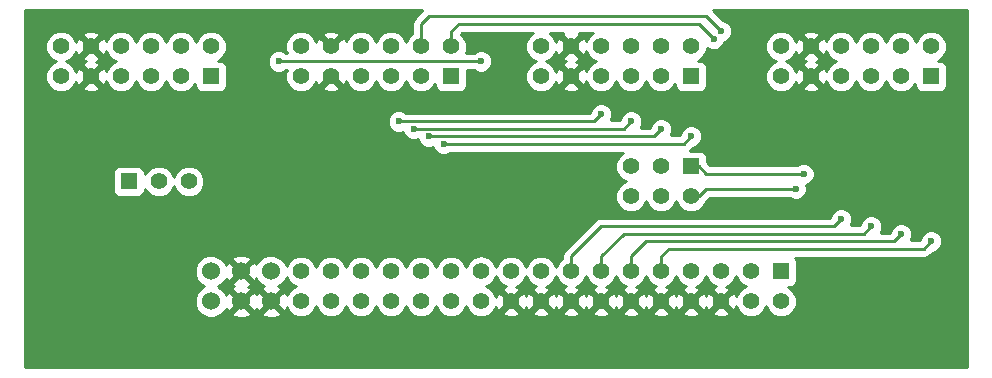
<source format=gbr>
G04 #@! TF.FileFunction,Copper,L2,Bot,Signal*
%FSLAX46Y46*%
G04 Gerber Fmt 4.6, Leading zero omitted, Abs format (unit mm)*
G04 Created by KiCad (PCBNEW 4.0.2+dfsg1-stable) date Wed 03 Oct 2018 19:13:07 BST*
%MOMM*%
G01*
G04 APERTURE LIST*
%ADD10C,0.100000*%
%ADD11R,1.397000X1.397000*%
%ADD12C,1.397000*%
%ADD13C,1.524000*%
%ADD14C,0.600000*%
%ADD15C,0.250000*%
%ADD16C,0.254000*%
G04 APERTURE END LIST*
D10*
D11*
X184150000Y-86360000D03*
D12*
X181610000Y-86360000D03*
X179070000Y-86360000D03*
X176530000Y-86360000D03*
X173990000Y-86360000D03*
X171450000Y-86360000D03*
X184150000Y-83820000D03*
X181610000Y-83820000D03*
X179070000Y-83820000D03*
X176530000Y-83820000D03*
X173990000Y-83820000D03*
X171450000Y-83820000D03*
D11*
X171450000Y-102870000D03*
D12*
X171450000Y-105410000D03*
X168910000Y-102870000D03*
X168910000Y-105410000D03*
X166370000Y-102870000D03*
X166370000Y-105410000D03*
X163830000Y-102870000D03*
X163830000Y-105410000D03*
X161290000Y-102870000D03*
X161290000Y-105410000D03*
X158750000Y-102870000D03*
X158750000Y-105410000D03*
X156210000Y-102870000D03*
X156210000Y-105410000D03*
X153670000Y-102870000D03*
X153670000Y-105410000D03*
X151130000Y-102870000D03*
X151130000Y-105410000D03*
X148590000Y-102870000D03*
X148590000Y-105410000D03*
X146050000Y-102870000D03*
X146050000Y-105410000D03*
X143510000Y-102870000D03*
X143510000Y-105410000D03*
X140970000Y-102870000D03*
X140970000Y-105410000D03*
X138430000Y-102870000D03*
X138430000Y-105410000D03*
X135890000Y-102870000D03*
X135890000Y-105410000D03*
X133350000Y-102870000D03*
X133350000Y-105410000D03*
X130810000Y-102870000D03*
X130810000Y-105410000D03*
D13*
X128270000Y-102870000D03*
X128270000Y-105410000D03*
X125730000Y-102870000D03*
X125730000Y-105410000D03*
X123190000Y-102870000D03*
X123190000Y-105410000D03*
D11*
X163830000Y-86360000D03*
D12*
X161290000Y-86360000D03*
X158750000Y-86360000D03*
X156210000Y-86360000D03*
X153670000Y-86360000D03*
X151130000Y-86360000D03*
X163830000Y-83820000D03*
X161290000Y-83820000D03*
X158750000Y-83820000D03*
X156210000Y-83820000D03*
X153670000Y-83820000D03*
X151130000Y-83820000D03*
D11*
X143510000Y-86360000D03*
D12*
X140970000Y-86360000D03*
X138430000Y-86360000D03*
X135890000Y-86360000D03*
X133350000Y-86360000D03*
X130810000Y-86360000D03*
X143510000Y-83820000D03*
X140970000Y-83820000D03*
X138430000Y-83820000D03*
X135890000Y-83820000D03*
X133350000Y-83820000D03*
X130810000Y-83820000D03*
D11*
X123190000Y-86360000D03*
D12*
X120650000Y-86360000D03*
X118110000Y-86360000D03*
X115570000Y-86360000D03*
X113030000Y-86360000D03*
X110490000Y-86360000D03*
X123190000Y-83820000D03*
X120650000Y-83820000D03*
X118110000Y-83820000D03*
X115570000Y-83820000D03*
X113030000Y-83820000D03*
X110490000Y-83820000D03*
D11*
X116205000Y-95250000D03*
D12*
X118745000Y-95250000D03*
X121285000Y-95250000D03*
D11*
X163830000Y-93980000D03*
D12*
X163830000Y-96520000D03*
X161290000Y-93980000D03*
X161290000Y-96520000D03*
X158750000Y-93980000D03*
X158750000Y-96520000D03*
D14*
X172720000Y-95885000D03*
X173355000Y-94615000D03*
X166370000Y-82550000D03*
X165735000Y-83185000D03*
X184150000Y-100330000D03*
X181610000Y-99695000D03*
X179070000Y-99060000D03*
X176530000Y-98425000D03*
X128905000Y-85090000D03*
X146050000Y-85090000D03*
X142875000Y-92075000D03*
X163830000Y-91440000D03*
X141605000Y-91440000D03*
X161290000Y-90805000D03*
X140335000Y-90805000D03*
X158750000Y-90170000D03*
X139065000Y-90170000D03*
X156210000Y-89535000D03*
D15*
X163830000Y-96520000D02*
X164465000Y-96520000D01*
X164465000Y-96520000D02*
X165100000Y-95885000D01*
X165100000Y-95885000D02*
X172720000Y-95885000D01*
X163830000Y-93980000D02*
X164465000Y-93980000D01*
X164465000Y-93980000D02*
X165100000Y-94615000D01*
X165100000Y-94615000D02*
X173355000Y-94615000D01*
X140970000Y-83820000D02*
X140970000Y-81915000D01*
X166370000Y-82550000D02*
X165100000Y-81280000D01*
X165100000Y-81280000D02*
X141605000Y-81280000D01*
X141605000Y-81280000D02*
X140970000Y-81915000D01*
X143510000Y-82550000D02*
X143510000Y-83820000D01*
X144145000Y-81915000D02*
X143510000Y-82550000D01*
X164465000Y-81915000D02*
X144145000Y-81915000D01*
X165735000Y-83185000D02*
X164465000Y-81915000D01*
X161290000Y-101600000D02*
X161290000Y-102870000D01*
X161925000Y-100965000D02*
X161290000Y-101600000D01*
X183515000Y-100965000D02*
X161925000Y-100965000D01*
X184150000Y-100330000D02*
X183515000Y-100965000D01*
X158750000Y-101600000D02*
X158750000Y-102870000D01*
X160020000Y-100330000D02*
X158750000Y-101600000D01*
X180975000Y-100330000D02*
X160020000Y-100330000D01*
X181610000Y-99695000D02*
X180975000Y-100330000D01*
X178435000Y-99695000D02*
X158115000Y-99695000D01*
X178435000Y-99695000D02*
X179070000Y-99060000D01*
X156210000Y-101600000D02*
X156210000Y-102870000D01*
X158115000Y-99695000D02*
X156210000Y-101600000D01*
X175895000Y-99060000D02*
X156210000Y-99060000D01*
X176530000Y-98425000D02*
X175895000Y-99060000D01*
X153670000Y-101600000D02*
X153670000Y-102870000D01*
X156210000Y-99060000D02*
X153670000Y-101600000D01*
X146050000Y-102870000D02*
X146050000Y-102235000D01*
X146050000Y-85090000D02*
X128905000Y-85090000D01*
X149860000Y-92075000D02*
X163195000Y-92075000D01*
X142875000Y-92075000D02*
X149860000Y-92075000D01*
X163195000Y-92075000D02*
X163830000Y-91440000D01*
X149860000Y-91440000D02*
X160655000Y-91440000D01*
X141605000Y-91440000D02*
X149860000Y-91440000D01*
X160655000Y-91440000D02*
X161290000Y-90805000D01*
X149860000Y-90805000D02*
X158115000Y-90805000D01*
X140335000Y-90805000D02*
X149860000Y-90805000D01*
X158115000Y-90805000D02*
X158750000Y-90170000D01*
X149860000Y-90170000D02*
X155575000Y-90170000D01*
X139065000Y-90170000D02*
X149860000Y-90170000D01*
X155575000Y-90170000D02*
X156210000Y-89535000D01*
D16*
G36*
X140432599Y-81377599D02*
X140267852Y-81624161D01*
X140210000Y-81915000D01*
X140210000Y-82694464D01*
X139840173Y-83063647D01*
X139699906Y-83401446D01*
X139561146Y-83065620D01*
X139186353Y-82690173D01*
X138696413Y-82486732D01*
X138165914Y-82486269D01*
X137675620Y-82688854D01*
X137300173Y-83063647D01*
X137159906Y-83401446D01*
X137021146Y-83065620D01*
X136646353Y-82690173D01*
X136156413Y-82486732D01*
X135625914Y-82486269D01*
X135135620Y-82688854D01*
X134760173Y-83063647D01*
X134626686Y-83385118D01*
X134519800Y-83127071D01*
X134284188Y-83065417D01*
X133529605Y-83820000D01*
X133543748Y-83834143D01*
X133364143Y-84013748D01*
X133350000Y-83999605D01*
X133335858Y-84013748D01*
X133156253Y-83834143D01*
X133170395Y-83820000D01*
X132415812Y-83065417D01*
X132180200Y-83127071D01*
X132081917Y-83406312D01*
X131941146Y-83065620D01*
X131761652Y-82885812D01*
X132595417Y-82885812D01*
X133350000Y-83640395D01*
X134104583Y-82885812D01*
X134042929Y-82650200D01*
X133542520Y-82474073D01*
X133012801Y-82502852D01*
X132657071Y-82650200D01*
X132595417Y-82885812D01*
X131761652Y-82885812D01*
X131566353Y-82690173D01*
X131076413Y-82486732D01*
X130545914Y-82486269D01*
X130055620Y-82688854D01*
X129680173Y-83063647D01*
X129476732Y-83553587D01*
X129476269Y-84084086D01*
X129577878Y-84330000D01*
X129467463Y-84330000D01*
X129435327Y-84297808D01*
X129091799Y-84155162D01*
X128719833Y-84154838D01*
X128376057Y-84296883D01*
X128112808Y-84559673D01*
X127970162Y-84903201D01*
X127969838Y-85275167D01*
X128111883Y-85618943D01*
X128374673Y-85882192D01*
X128718201Y-86024838D01*
X129090167Y-86025162D01*
X129433943Y-85883117D01*
X129467118Y-85850000D01*
X129577878Y-85850000D01*
X129476732Y-86093587D01*
X129476269Y-86624086D01*
X129678854Y-87114380D01*
X130053647Y-87489827D01*
X130543587Y-87693268D01*
X131074086Y-87693731D01*
X131564380Y-87491146D01*
X131761681Y-87294188D01*
X132595417Y-87294188D01*
X132657071Y-87529800D01*
X133157480Y-87705927D01*
X133687199Y-87677148D01*
X134042929Y-87529800D01*
X134104583Y-87294188D01*
X133350000Y-86539605D01*
X132595417Y-87294188D01*
X131761681Y-87294188D01*
X131939827Y-87116353D01*
X132073314Y-86794882D01*
X132180200Y-87052929D01*
X132415812Y-87114583D01*
X133170395Y-86360000D01*
X133156253Y-86345858D01*
X133335858Y-86166253D01*
X133350000Y-86180395D01*
X133364143Y-86166253D01*
X133543748Y-86345858D01*
X133529605Y-86360000D01*
X134284188Y-87114583D01*
X134519800Y-87052929D01*
X134618083Y-86773688D01*
X134758854Y-87114380D01*
X135133647Y-87489827D01*
X135623587Y-87693268D01*
X136154086Y-87693731D01*
X136644380Y-87491146D01*
X137019827Y-87116353D01*
X137160094Y-86778554D01*
X137298854Y-87114380D01*
X137673647Y-87489827D01*
X138163587Y-87693268D01*
X138694086Y-87693731D01*
X139184380Y-87491146D01*
X139559827Y-87116353D01*
X139700094Y-86778554D01*
X139838854Y-87114380D01*
X140213647Y-87489827D01*
X140703587Y-87693268D01*
X141234086Y-87693731D01*
X141724380Y-87491146D01*
X142099827Y-87116353D01*
X142164060Y-86961663D01*
X142164060Y-87058500D01*
X142208338Y-87293817D01*
X142347410Y-87509941D01*
X142559610Y-87654931D01*
X142811500Y-87705940D01*
X144208500Y-87705940D01*
X144443817Y-87661662D01*
X144659941Y-87522590D01*
X144804931Y-87310390D01*
X144855940Y-87058500D01*
X144855940Y-85850000D01*
X145487537Y-85850000D01*
X145519673Y-85882192D01*
X145863201Y-86024838D01*
X146235167Y-86025162D01*
X146578943Y-85883117D01*
X146842192Y-85620327D01*
X146984838Y-85276799D01*
X146985162Y-84904833D01*
X146843117Y-84561057D01*
X146580327Y-84297808D01*
X146236799Y-84155162D01*
X145864833Y-84154838D01*
X145521057Y-84296883D01*
X145487882Y-84330000D01*
X144742122Y-84330000D01*
X144843268Y-84086413D01*
X144843731Y-83555914D01*
X144641146Y-83065620D01*
X144355413Y-82779389D01*
X144459802Y-82675000D01*
X150409149Y-82675000D01*
X150375620Y-82688854D01*
X150000173Y-83063647D01*
X149796732Y-83553587D01*
X149796269Y-84084086D01*
X149998854Y-84574380D01*
X150373647Y-84949827D01*
X150711446Y-85090094D01*
X150375620Y-85228854D01*
X150000173Y-85603647D01*
X149796732Y-86093587D01*
X149796269Y-86624086D01*
X149998854Y-87114380D01*
X150373647Y-87489827D01*
X150863587Y-87693268D01*
X151394086Y-87693731D01*
X151884380Y-87491146D01*
X152081681Y-87294188D01*
X152915417Y-87294188D01*
X152977071Y-87529800D01*
X153477480Y-87705927D01*
X154007199Y-87677148D01*
X154362929Y-87529800D01*
X154424583Y-87294188D01*
X153670000Y-86539605D01*
X152915417Y-87294188D01*
X152081681Y-87294188D01*
X152259827Y-87116353D01*
X152393314Y-86794882D01*
X152500200Y-87052929D01*
X152735812Y-87114583D01*
X153490395Y-86360000D01*
X152735812Y-85605417D01*
X152500200Y-85667071D01*
X152401917Y-85946312D01*
X152261146Y-85605620D01*
X151886353Y-85230173D01*
X151548554Y-85089906D01*
X151884380Y-84951146D01*
X152081681Y-84754188D01*
X152915417Y-84754188D01*
X152977071Y-84989800D01*
X153238629Y-85081859D01*
X152977071Y-85190200D01*
X152915417Y-85425812D01*
X153670000Y-86180395D01*
X154424583Y-85425812D01*
X154362929Y-85190200D01*
X154101371Y-85098141D01*
X154362929Y-84989800D01*
X154424583Y-84754188D01*
X153670000Y-83999605D01*
X152915417Y-84754188D01*
X152081681Y-84754188D01*
X152259827Y-84576353D01*
X152393314Y-84254882D01*
X152500200Y-84512929D01*
X152735812Y-84574583D01*
X153490395Y-83820000D01*
X152735812Y-83065417D01*
X152500200Y-83127071D01*
X152401917Y-83406312D01*
X152261146Y-83065620D01*
X151886353Y-82690173D01*
X151849812Y-82675000D01*
X152970581Y-82675000D01*
X152915417Y-82885812D01*
X153670000Y-83640395D01*
X154424583Y-82885812D01*
X154369419Y-82675000D01*
X155489149Y-82675000D01*
X155455620Y-82688854D01*
X155080173Y-83063647D01*
X154946686Y-83385118D01*
X154839800Y-83127071D01*
X154604188Y-83065417D01*
X153849605Y-83820000D01*
X154604188Y-84574583D01*
X154839800Y-84512929D01*
X154938083Y-84233688D01*
X155078854Y-84574380D01*
X155453647Y-84949827D01*
X155791446Y-85090094D01*
X155455620Y-85228854D01*
X155080173Y-85603647D01*
X154946686Y-85925118D01*
X154839800Y-85667071D01*
X154604188Y-85605417D01*
X153849605Y-86360000D01*
X154604188Y-87114583D01*
X154839800Y-87052929D01*
X154938083Y-86773688D01*
X155078854Y-87114380D01*
X155453647Y-87489827D01*
X155943587Y-87693268D01*
X156474086Y-87693731D01*
X156964380Y-87491146D01*
X157339827Y-87116353D01*
X157480094Y-86778554D01*
X157618854Y-87114380D01*
X157993647Y-87489827D01*
X158483587Y-87693268D01*
X159014086Y-87693731D01*
X159504380Y-87491146D01*
X159879827Y-87116353D01*
X160020094Y-86778554D01*
X160158854Y-87114380D01*
X160533647Y-87489827D01*
X161023587Y-87693268D01*
X161554086Y-87693731D01*
X162044380Y-87491146D01*
X162419827Y-87116353D01*
X162484060Y-86961663D01*
X162484060Y-87058500D01*
X162528338Y-87293817D01*
X162667410Y-87509941D01*
X162879610Y-87654931D01*
X163131500Y-87705940D01*
X164528500Y-87705940D01*
X164763817Y-87661662D01*
X164979941Y-87522590D01*
X165124931Y-87310390D01*
X165175940Y-87058500D01*
X165175940Y-85661500D01*
X165131662Y-85426183D01*
X164992590Y-85210059D01*
X164780390Y-85065069D01*
X164528500Y-85014060D01*
X164432116Y-85014060D01*
X164584380Y-84951146D01*
X164959827Y-84576353D01*
X165163268Y-84086413D01*
X165163399Y-83935846D01*
X165204673Y-83977192D01*
X165548201Y-84119838D01*
X165920167Y-84120162D01*
X166007477Y-84084086D01*
X170116269Y-84084086D01*
X170318854Y-84574380D01*
X170693647Y-84949827D01*
X171031446Y-85090094D01*
X170695620Y-85228854D01*
X170320173Y-85603647D01*
X170116732Y-86093587D01*
X170116269Y-86624086D01*
X170318854Y-87114380D01*
X170693647Y-87489827D01*
X171183587Y-87693268D01*
X171714086Y-87693731D01*
X172204380Y-87491146D01*
X172401681Y-87294188D01*
X173235417Y-87294188D01*
X173297071Y-87529800D01*
X173797480Y-87705927D01*
X174327199Y-87677148D01*
X174682929Y-87529800D01*
X174744583Y-87294188D01*
X173990000Y-86539605D01*
X173235417Y-87294188D01*
X172401681Y-87294188D01*
X172579827Y-87116353D01*
X172713314Y-86794882D01*
X172820200Y-87052929D01*
X173055812Y-87114583D01*
X173810395Y-86360000D01*
X173055812Y-85605417D01*
X172820200Y-85667071D01*
X172721917Y-85946312D01*
X172581146Y-85605620D01*
X172206353Y-85230173D01*
X171868554Y-85089906D01*
X172204380Y-84951146D01*
X172401681Y-84754188D01*
X173235417Y-84754188D01*
X173297071Y-84989800D01*
X173558629Y-85081859D01*
X173297071Y-85190200D01*
X173235417Y-85425812D01*
X173990000Y-86180395D01*
X174744583Y-85425812D01*
X174682929Y-85190200D01*
X174421371Y-85098141D01*
X174682929Y-84989800D01*
X174744583Y-84754188D01*
X173990000Y-83999605D01*
X173235417Y-84754188D01*
X172401681Y-84754188D01*
X172579827Y-84576353D01*
X172713314Y-84254882D01*
X172820200Y-84512929D01*
X173055812Y-84574583D01*
X173810395Y-83820000D01*
X174169605Y-83820000D01*
X174924188Y-84574583D01*
X175159800Y-84512929D01*
X175258083Y-84233688D01*
X175398854Y-84574380D01*
X175773647Y-84949827D01*
X176111446Y-85090094D01*
X175775620Y-85228854D01*
X175400173Y-85603647D01*
X175266686Y-85925118D01*
X175159800Y-85667071D01*
X174924188Y-85605417D01*
X174169605Y-86360000D01*
X174924188Y-87114583D01*
X175159800Y-87052929D01*
X175258083Y-86773688D01*
X175398854Y-87114380D01*
X175773647Y-87489827D01*
X176263587Y-87693268D01*
X176794086Y-87693731D01*
X177284380Y-87491146D01*
X177659827Y-87116353D01*
X177800094Y-86778554D01*
X177938854Y-87114380D01*
X178313647Y-87489827D01*
X178803587Y-87693268D01*
X179334086Y-87693731D01*
X179824380Y-87491146D01*
X180199827Y-87116353D01*
X180340094Y-86778554D01*
X180478854Y-87114380D01*
X180853647Y-87489827D01*
X181343587Y-87693268D01*
X181874086Y-87693731D01*
X182364380Y-87491146D01*
X182739827Y-87116353D01*
X182804060Y-86961663D01*
X182804060Y-87058500D01*
X182848338Y-87293817D01*
X182987410Y-87509941D01*
X183199610Y-87654931D01*
X183451500Y-87705940D01*
X184848500Y-87705940D01*
X185083817Y-87661662D01*
X185299941Y-87522590D01*
X185444931Y-87310390D01*
X185495940Y-87058500D01*
X185495940Y-85661500D01*
X185451662Y-85426183D01*
X185312590Y-85210059D01*
X185100390Y-85065069D01*
X184848500Y-85014060D01*
X184752116Y-85014060D01*
X184904380Y-84951146D01*
X185279827Y-84576353D01*
X185483268Y-84086413D01*
X185483731Y-83555914D01*
X185281146Y-83065620D01*
X184906353Y-82690173D01*
X184416413Y-82486732D01*
X183885914Y-82486269D01*
X183395620Y-82688854D01*
X183020173Y-83063647D01*
X182879906Y-83401446D01*
X182741146Y-83065620D01*
X182366353Y-82690173D01*
X181876413Y-82486732D01*
X181345914Y-82486269D01*
X180855620Y-82688854D01*
X180480173Y-83063647D01*
X180339906Y-83401446D01*
X180201146Y-83065620D01*
X179826353Y-82690173D01*
X179336413Y-82486732D01*
X178805914Y-82486269D01*
X178315620Y-82688854D01*
X177940173Y-83063647D01*
X177799906Y-83401446D01*
X177661146Y-83065620D01*
X177286353Y-82690173D01*
X176796413Y-82486732D01*
X176265914Y-82486269D01*
X175775620Y-82688854D01*
X175400173Y-83063647D01*
X175266686Y-83385118D01*
X175159800Y-83127071D01*
X174924188Y-83065417D01*
X174169605Y-83820000D01*
X173810395Y-83820000D01*
X173055812Y-83065417D01*
X172820200Y-83127071D01*
X172721917Y-83406312D01*
X172581146Y-83065620D01*
X172401652Y-82885812D01*
X173235417Y-82885812D01*
X173990000Y-83640395D01*
X174744583Y-82885812D01*
X174682929Y-82650200D01*
X174182520Y-82474073D01*
X173652801Y-82502852D01*
X173297071Y-82650200D01*
X173235417Y-82885812D01*
X172401652Y-82885812D01*
X172206353Y-82690173D01*
X171716413Y-82486732D01*
X171185914Y-82486269D01*
X170695620Y-82688854D01*
X170320173Y-83063647D01*
X170116732Y-83553587D01*
X170116269Y-84084086D01*
X166007477Y-84084086D01*
X166263943Y-83978117D01*
X166527192Y-83715327D01*
X166636765Y-83451446D01*
X166898943Y-83343117D01*
X167162192Y-83080327D01*
X167304838Y-82736799D01*
X167305162Y-82364833D01*
X167163117Y-82021057D01*
X166900327Y-81757808D01*
X166556799Y-81615162D01*
X166509923Y-81615121D01*
X165666802Y-80772000D01*
X187198000Y-80772000D01*
X187198000Y-110998000D01*
X107442000Y-110998000D01*
X107442000Y-103146661D01*
X121792758Y-103146661D01*
X122004990Y-103660303D01*
X122397630Y-104053629D01*
X122605512Y-104139949D01*
X122399697Y-104224990D01*
X122006371Y-104617630D01*
X121793243Y-105130900D01*
X121792758Y-105686661D01*
X122004990Y-106200303D01*
X122397630Y-106593629D01*
X122910900Y-106806757D01*
X123466661Y-106807242D01*
X123980303Y-106595010D01*
X124185457Y-106390213D01*
X124929392Y-106390213D01*
X124998857Y-106632397D01*
X125522302Y-106819144D01*
X126077368Y-106791362D01*
X126461143Y-106632397D01*
X126530608Y-106390213D01*
X127469392Y-106390213D01*
X127538857Y-106632397D01*
X128062302Y-106819144D01*
X128617368Y-106791362D01*
X129001143Y-106632397D01*
X129070608Y-106390213D01*
X128270000Y-105589605D01*
X127469392Y-106390213D01*
X126530608Y-106390213D01*
X125730000Y-105589605D01*
X124929392Y-106390213D01*
X124185457Y-106390213D01*
X124373629Y-106202370D01*
X124453395Y-106010273D01*
X124507603Y-106141143D01*
X124749787Y-106210608D01*
X125550395Y-105410000D01*
X125909605Y-105410000D01*
X126710213Y-106210608D01*
X126952397Y-106141143D01*
X126996453Y-106017656D01*
X127047603Y-106141143D01*
X127289787Y-106210608D01*
X128090395Y-105410000D01*
X127289787Y-104609392D01*
X127047603Y-104678857D01*
X127003547Y-104802344D01*
X126952397Y-104678857D01*
X126710213Y-104609392D01*
X125909605Y-105410000D01*
X125550395Y-105410000D01*
X124749787Y-104609392D01*
X124507603Y-104678857D01*
X124457491Y-104819318D01*
X124375010Y-104619697D01*
X123982370Y-104226371D01*
X123774488Y-104140051D01*
X123980303Y-104055010D01*
X124185457Y-103850213D01*
X124929392Y-103850213D01*
X124998857Y-104092397D01*
X125122344Y-104136453D01*
X124998857Y-104187603D01*
X124929392Y-104429787D01*
X125730000Y-105230395D01*
X126530608Y-104429787D01*
X126461143Y-104187603D01*
X126337656Y-104143547D01*
X126461143Y-104092397D01*
X126530608Y-103850213D01*
X125730000Y-103049605D01*
X124929392Y-103850213D01*
X124185457Y-103850213D01*
X124373629Y-103662370D01*
X124453395Y-103470273D01*
X124507603Y-103601143D01*
X124749787Y-103670608D01*
X125550395Y-102870000D01*
X125909605Y-102870000D01*
X126710213Y-103670608D01*
X126952397Y-103601143D01*
X127002509Y-103460682D01*
X127084990Y-103660303D01*
X127477630Y-104053629D01*
X127669727Y-104133395D01*
X127538857Y-104187603D01*
X127469392Y-104429787D01*
X128270000Y-105230395D01*
X129070608Y-104429787D01*
X129001143Y-104187603D01*
X128860682Y-104137491D01*
X129060303Y-104055010D01*
X129453629Y-103662370D01*
X129574387Y-103371551D01*
X129678854Y-103624380D01*
X130053647Y-103999827D01*
X130391446Y-104140094D01*
X130055620Y-104278854D01*
X129680173Y-104653647D01*
X129580942Y-104892622D01*
X129492397Y-104678857D01*
X129250213Y-104609392D01*
X128449605Y-105410000D01*
X129250213Y-106210608D01*
X129492397Y-106141143D01*
X129574344Y-105911447D01*
X129678854Y-106164380D01*
X130053647Y-106539827D01*
X130543587Y-106743268D01*
X131074086Y-106743731D01*
X131564380Y-106541146D01*
X131939827Y-106166353D01*
X132080094Y-105828554D01*
X132218854Y-106164380D01*
X132593647Y-106539827D01*
X133083587Y-106743268D01*
X133614086Y-106743731D01*
X134104380Y-106541146D01*
X134479827Y-106166353D01*
X134620094Y-105828554D01*
X134758854Y-106164380D01*
X135133647Y-106539827D01*
X135623587Y-106743268D01*
X136154086Y-106743731D01*
X136644380Y-106541146D01*
X137019827Y-106166353D01*
X137160094Y-105828554D01*
X137298854Y-106164380D01*
X137673647Y-106539827D01*
X138163587Y-106743268D01*
X138694086Y-106743731D01*
X139184380Y-106541146D01*
X139559827Y-106166353D01*
X139700094Y-105828554D01*
X139838854Y-106164380D01*
X140213647Y-106539827D01*
X140703587Y-106743268D01*
X141234086Y-106743731D01*
X141724380Y-106541146D01*
X142099827Y-106166353D01*
X142240094Y-105828554D01*
X142378854Y-106164380D01*
X142753647Y-106539827D01*
X143243587Y-106743268D01*
X143774086Y-106743731D01*
X144264380Y-106541146D01*
X144639827Y-106166353D01*
X144780094Y-105828554D01*
X144918854Y-106164380D01*
X145293647Y-106539827D01*
X145783587Y-106743268D01*
X146314086Y-106743731D01*
X146804380Y-106541146D01*
X147001681Y-106344188D01*
X147835417Y-106344188D01*
X147897071Y-106579800D01*
X148397480Y-106755927D01*
X148927199Y-106727148D01*
X149282929Y-106579800D01*
X149344583Y-106344188D01*
X150375417Y-106344188D01*
X150437071Y-106579800D01*
X150937480Y-106755927D01*
X151467199Y-106727148D01*
X151822929Y-106579800D01*
X151884583Y-106344188D01*
X152915417Y-106344188D01*
X152977071Y-106579800D01*
X153477480Y-106755927D01*
X154007199Y-106727148D01*
X154362929Y-106579800D01*
X154424583Y-106344188D01*
X155455417Y-106344188D01*
X155517071Y-106579800D01*
X156017480Y-106755927D01*
X156547199Y-106727148D01*
X156902929Y-106579800D01*
X156964583Y-106344188D01*
X157995417Y-106344188D01*
X158057071Y-106579800D01*
X158557480Y-106755927D01*
X159087199Y-106727148D01*
X159442929Y-106579800D01*
X159504583Y-106344188D01*
X160535417Y-106344188D01*
X160597071Y-106579800D01*
X161097480Y-106755927D01*
X161627199Y-106727148D01*
X161982929Y-106579800D01*
X162044583Y-106344188D01*
X163075417Y-106344188D01*
X163137071Y-106579800D01*
X163637480Y-106755927D01*
X164167199Y-106727148D01*
X164522929Y-106579800D01*
X164584583Y-106344188D01*
X165615417Y-106344188D01*
X165677071Y-106579800D01*
X166177480Y-106755927D01*
X166707199Y-106727148D01*
X167062929Y-106579800D01*
X167124583Y-106344188D01*
X166370000Y-105589605D01*
X165615417Y-106344188D01*
X164584583Y-106344188D01*
X163830000Y-105589605D01*
X163075417Y-106344188D01*
X162044583Y-106344188D01*
X161290000Y-105589605D01*
X160535417Y-106344188D01*
X159504583Y-106344188D01*
X158750000Y-105589605D01*
X157995417Y-106344188D01*
X156964583Y-106344188D01*
X156210000Y-105589605D01*
X155455417Y-106344188D01*
X154424583Y-106344188D01*
X153670000Y-105589605D01*
X152915417Y-106344188D01*
X151884583Y-106344188D01*
X151130000Y-105589605D01*
X150375417Y-106344188D01*
X149344583Y-106344188D01*
X148590000Y-105589605D01*
X147835417Y-106344188D01*
X147001681Y-106344188D01*
X147179827Y-106166353D01*
X147313314Y-105844882D01*
X147420200Y-106102929D01*
X147655812Y-106164583D01*
X148410395Y-105410000D01*
X148769605Y-105410000D01*
X149524188Y-106164583D01*
X149759800Y-106102929D01*
X149851859Y-105841371D01*
X149960200Y-106102929D01*
X150195812Y-106164583D01*
X150950395Y-105410000D01*
X151309605Y-105410000D01*
X152064188Y-106164583D01*
X152299800Y-106102929D01*
X152391859Y-105841371D01*
X152500200Y-106102929D01*
X152735812Y-106164583D01*
X153490395Y-105410000D01*
X153849605Y-105410000D01*
X154604188Y-106164583D01*
X154839800Y-106102929D01*
X154931859Y-105841371D01*
X155040200Y-106102929D01*
X155275812Y-106164583D01*
X156030395Y-105410000D01*
X156389605Y-105410000D01*
X157144188Y-106164583D01*
X157379800Y-106102929D01*
X157471859Y-105841371D01*
X157580200Y-106102929D01*
X157815812Y-106164583D01*
X158570395Y-105410000D01*
X158929605Y-105410000D01*
X159684188Y-106164583D01*
X159919800Y-106102929D01*
X160011859Y-105841371D01*
X160120200Y-106102929D01*
X160355812Y-106164583D01*
X161110395Y-105410000D01*
X161469605Y-105410000D01*
X162224188Y-106164583D01*
X162459800Y-106102929D01*
X162551859Y-105841371D01*
X162660200Y-106102929D01*
X162895812Y-106164583D01*
X163650395Y-105410000D01*
X164009605Y-105410000D01*
X164764188Y-106164583D01*
X164999800Y-106102929D01*
X165091859Y-105841371D01*
X165200200Y-106102929D01*
X165435812Y-106164583D01*
X166190395Y-105410000D01*
X165435812Y-104655417D01*
X165200200Y-104717071D01*
X165108141Y-104978629D01*
X164999800Y-104717071D01*
X164764188Y-104655417D01*
X164009605Y-105410000D01*
X163650395Y-105410000D01*
X162895812Y-104655417D01*
X162660200Y-104717071D01*
X162568141Y-104978629D01*
X162459800Y-104717071D01*
X162224188Y-104655417D01*
X161469605Y-105410000D01*
X161110395Y-105410000D01*
X160355812Y-104655417D01*
X160120200Y-104717071D01*
X160028141Y-104978629D01*
X159919800Y-104717071D01*
X159684188Y-104655417D01*
X158929605Y-105410000D01*
X158570395Y-105410000D01*
X157815812Y-104655417D01*
X157580200Y-104717071D01*
X157488141Y-104978629D01*
X157379800Y-104717071D01*
X157144188Y-104655417D01*
X156389605Y-105410000D01*
X156030395Y-105410000D01*
X155275812Y-104655417D01*
X155040200Y-104717071D01*
X154948141Y-104978629D01*
X154839800Y-104717071D01*
X154604188Y-104655417D01*
X153849605Y-105410000D01*
X153490395Y-105410000D01*
X152735812Y-104655417D01*
X152500200Y-104717071D01*
X152408141Y-104978629D01*
X152299800Y-104717071D01*
X152064188Y-104655417D01*
X151309605Y-105410000D01*
X150950395Y-105410000D01*
X150195812Y-104655417D01*
X149960200Y-104717071D01*
X149868141Y-104978629D01*
X149759800Y-104717071D01*
X149524188Y-104655417D01*
X148769605Y-105410000D01*
X148410395Y-105410000D01*
X147655812Y-104655417D01*
X147420200Y-104717071D01*
X147321917Y-104996312D01*
X147181146Y-104655620D01*
X146806353Y-104280173D01*
X146468554Y-104139906D01*
X146804380Y-104001146D01*
X147179827Y-103626353D01*
X147320094Y-103288554D01*
X147458854Y-103624380D01*
X147833647Y-103999827D01*
X148155118Y-104133314D01*
X147897071Y-104240200D01*
X147835417Y-104475812D01*
X148590000Y-105230395D01*
X149344583Y-104475812D01*
X149282929Y-104240200D01*
X149003688Y-104141917D01*
X149344380Y-104001146D01*
X149719827Y-103626353D01*
X149860094Y-103288554D01*
X149998854Y-103624380D01*
X150373647Y-103999827D01*
X150695118Y-104133314D01*
X150437071Y-104240200D01*
X150375417Y-104475812D01*
X151130000Y-105230395D01*
X151884583Y-104475812D01*
X151822929Y-104240200D01*
X151543688Y-104141917D01*
X151884380Y-104001146D01*
X152259827Y-103626353D01*
X152400094Y-103288554D01*
X152538854Y-103624380D01*
X152913647Y-103999827D01*
X153235118Y-104133314D01*
X152977071Y-104240200D01*
X152915417Y-104475812D01*
X153670000Y-105230395D01*
X154424583Y-104475812D01*
X154362929Y-104240200D01*
X154083688Y-104141917D01*
X154424380Y-104001146D01*
X154799827Y-103626353D01*
X154940094Y-103288554D01*
X155078854Y-103624380D01*
X155453647Y-103999827D01*
X155775118Y-104133314D01*
X155517071Y-104240200D01*
X155455417Y-104475812D01*
X156210000Y-105230395D01*
X156964583Y-104475812D01*
X156902929Y-104240200D01*
X156623688Y-104141917D01*
X156964380Y-104001146D01*
X157339827Y-103626353D01*
X157480094Y-103288554D01*
X157618854Y-103624380D01*
X157993647Y-103999827D01*
X158315118Y-104133314D01*
X158057071Y-104240200D01*
X157995417Y-104475812D01*
X158750000Y-105230395D01*
X159504583Y-104475812D01*
X159442929Y-104240200D01*
X159163688Y-104141917D01*
X159504380Y-104001146D01*
X159879827Y-103626353D01*
X160020094Y-103288554D01*
X160158854Y-103624380D01*
X160533647Y-103999827D01*
X160855118Y-104133314D01*
X160597071Y-104240200D01*
X160535417Y-104475812D01*
X161290000Y-105230395D01*
X162044583Y-104475812D01*
X161982929Y-104240200D01*
X161703688Y-104141917D01*
X162044380Y-104001146D01*
X162419827Y-103626353D01*
X162560094Y-103288554D01*
X162698854Y-103624380D01*
X163073647Y-103999827D01*
X163395118Y-104133314D01*
X163137071Y-104240200D01*
X163075417Y-104475812D01*
X163830000Y-105230395D01*
X164584583Y-104475812D01*
X164522929Y-104240200D01*
X164243688Y-104141917D01*
X164584380Y-104001146D01*
X164959827Y-103626353D01*
X165100094Y-103288554D01*
X165238854Y-103624380D01*
X165613647Y-103999827D01*
X165935118Y-104133314D01*
X165677071Y-104240200D01*
X165615417Y-104475812D01*
X166370000Y-105230395D01*
X167124583Y-104475812D01*
X167062929Y-104240200D01*
X166783688Y-104141917D01*
X167124380Y-104001146D01*
X167499827Y-103626353D01*
X167640094Y-103288554D01*
X167778854Y-103624380D01*
X168153647Y-103999827D01*
X168491446Y-104140094D01*
X168155620Y-104278854D01*
X167780173Y-104653647D01*
X167646686Y-104975118D01*
X167539800Y-104717071D01*
X167304188Y-104655417D01*
X166549605Y-105410000D01*
X167304188Y-106164583D01*
X167539800Y-106102929D01*
X167638083Y-105823688D01*
X167778854Y-106164380D01*
X168153647Y-106539827D01*
X168643587Y-106743268D01*
X169174086Y-106743731D01*
X169664380Y-106541146D01*
X170039827Y-106166353D01*
X170180094Y-105828554D01*
X170318854Y-106164380D01*
X170693647Y-106539827D01*
X171183587Y-106743268D01*
X171714086Y-106743731D01*
X172204380Y-106541146D01*
X172579827Y-106166353D01*
X172783268Y-105676413D01*
X172783731Y-105145914D01*
X172581146Y-104655620D01*
X172206353Y-104280173D01*
X172051663Y-104215940D01*
X172148500Y-104215940D01*
X172383817Y-104171662D01*
X172599941Y-104032590D01*
X172744931Y-103820390D01*
X172795940Y-103568500D01*
X172795940Y-102171500D01*
X172751662Y-101936183D01*
X172615769Y-101725000D01*
X183515000Y-101725000D01*
X183805839Y-101667148D01*
X184052401Y-101502401D01*
X184289680Y-101265122D01*
X184335167Y-101265162D01*
X184678943Y-101123117D01*
X184942192Y-100860327D01*
X185084838Y-100516799D01*
X185085162Y-100144833D01*
X184943117Y-99801057D01*
X184680327Y-99537808D01*
X184336799Y-99395162D01*
X183964833Y-99394838D01*
X183621057Y-99536883D01*
X183357808Y-99799673D01*
X183215162Y-100143201D01*
X183215121Y-100190077D01*
X183200198Y-100205000D01*
X182410633Y-100205000D01*
X182544838Y-99881799D01*
X182545162Y-99509833D01*
X182403117Y-99166057D01*
X182140327Y-98902808D01*
X181796799Y-98760162D01*
X181424833Y-98759838D01*
X181081057Y-98901883D01*
X180817808Y-99164673D01*
X180675162Y-99508201D01*
X180675121Y-99555077D01*
X180660198Y-99570000D01*
X179870633Y-99570000D01*
X180004838Y-99246799D01*
X180005162Y-98874833D01*
X179863117Y-98531057D01*
X179600327Y-98267808D01*
X179256799Y-98125162D01*
X178884833Y-98124838D01*
X178541057Y-98266883D01*
X178277808Y-98529673D01*
X178135162Y-98873201D01*
X178135121Y-98920077D01*
X178120198Y-98935000D01*
X177330633Y-98935000D01*
X177464838Y-98611799D01*
X177465162Y-98239833D01*
X177323117Y-97896057D01*
X177060327Y-97632808D01*
X176716799Y-97490162D01*
X176344833Y-97489838D01*
X176001057Y-97631883D01*
X175737808Y-97894673D01*
X175595162Y-98238201D01*
X175595121Y-98285077D01*
X175580198Y-98300000D01*
X156210000Y-98300000D01*
X155967414Y-98348254D01*
X155919160Y-98357852D01*
X155672599Y-98522599D01*
X153132599Y-101062599D01*
X152967852Y-101309161D01*
X152910000Y-101600000D01*
X152910000Y-101744464D01*
X152540173Y-102113647D01*
X152399906Y-102451446D01*
X152261146Y-102115620D01*
X151886353Y-101740173D01*
X151396413Y-101536732D01*
X150865914Y-101536269D01*
X150375620Y-101738854D01*
X150000173Y-102113647D01*
X149859906Y-102451446D01*
X149721146Y-102115620D01*
X149346353Y-101740173D01*
X148856413Y-101536732D01*
X148325914Y-101536269D01*
X147835620Y-101738854D01*
X147460173Y-102113647D01*
X147319906Y-102451446D01*
X147181146Y-102115620D01*
X146806353Y-101740173D01*
X146396277Y-101569895D01*
X146340839Y-101532852D01*
X146050000Y-101475000D01*
X145759161Y-101532852D01*
X145702408Y-101570773D01*
X145295620Y-101738854D01*
X144920173Y-102113647D01*
X144779906Y-102451446D01*
X144641146Y-102115620D01*
X144266353Y-101740173D01*
X143776413Y-101536732D01*
X143245914Y-101536269D01*
X142755620Y-101738854D01*
X142380173Y-102113647D01*
X142239906Y-102451446D01*
X142101146Y-102115620D01*
X141726353Y-101740173D01*
X141236413Y-101536732D01*
X140705914Y-101536269D01*
X140215620Y-101738854D01*
X139840173Y-102113647D01*
X139699906Y-102451446D01*
X139561146Y-102115620D01*
X139186353Y-101740173D01*
X138696413Y-101536732D01*
X138165914Y-101536269D01*
X137675620Y-101738854D01*
X137300173Y-102113647D01*
X137159906Y-102451446D01*
X137021146Y-102115620D01*
X136646353Y-101740173D01*
X136156413Y-101536732D01*
X135625914Y-101536269D01*
X135135620Y-101738854D01*
X134760173Y-102113647D01*
X134619906Y-102451446D01*
X134481146Y-102115620D01*
X134106353Y-101740173D01*
X133616413Y-101536732D01*
X133085914Y-101536269D01*
X132595620Y-101738854D01*
X132220173Y-102113647D01*
X132079906Y-102451446D01*
X131941146Y-102115620D01*
X131566353Y-101740173D01*
X131076413Y-101536732D01*
X130545914Y-101536269D01*
X130055620Y-101738854D01*
X129680173Y-102113647D01*
X129574345Y-102368510D01*
X129455010Y-102079697D01*
X129062370Y-101686371D01*
X128549100Y-101473243D01*
X127993339Y-101472758D01*
X127479697Y-101684990D01*
X127086371Y-102077630D01*
X127006605Y-102269727D01*
X126952397Y-102138857D01*
X126710213Y-102069392D01*
X125909605Y-102870000D01*
X125550395Y-102870000D01*
X124749787Y-102069392D01*
X124507603Y-102138857D01*
X124457491Y-102279318D01*
X124375010Y-102079697D01*
X124185432Y-101889787D01*
X124929392Y-101889787D01*
X125730000Y-102690395D01*
X126530608Y-101889787D01*
X126461143Y-101647603D01*
X125937698Y-101460856D01*
X125382632Y-101488638D01*
X124998857Y-101647603D01*
X124929392Y-101889787D01*
X124185432Y-101889787D01*
X123982370Y-101686371D01*
X123469100Y-101473243D01*
X122913339Y-101472758D01*
X122399697Y-101684990D01*
X122006371Y-102077630D01*
X121793243Y-102590900D01*
X121792758Y-103146661D01*
X107442000Y-103146661D01*
X107442000Y-94551500D01*
X114859060Y-94551500D01*
X114859060Y-95948500D01*
X114903338Y-96183817D01*
X115042410Y-96399941D01*
X115254610Y-96544931D01*
X115506500Y-96595940D01*
X116903500Y-96595940D01*
X117138817Y-96551662D01*
X117354941Y-96412590D01*
X117499931Y-96200390D01*
X117550940Y-95948500D01*
X117550940Y-95852116D01*
X117613854Y-96004380D01*
X117988647Y-96379827D01*
X118478587Y-96583268D01*
X119009086Y-96583731D01*
X119499380Y-96381146D01*
X119874827Y-96006353D01*
X120015094Y-95668554D01*
X120153854Y-96004380D01*
X120528647Y-96379827D01*
X121018587Y-96583268D01*
X121549086Y-96583731D01*
X122039380Y-96381146D01*
X122414827Y-96006353D01*
X122618268Y-95516413D01*
X122618731Y-94985914D01*
X122416146Y-94495620D01*
X122041353Y-94120173D01*
X121551413Y-93916732D01*
X121020914Y-93916269D01*
X120530620Y-94118854D01*
X120155173Y-94493647D01*
X120014906Y-94831446D01*
X119876146Y-94495620D01*
X119501353Y-94120173D01*
X119011413Y-93916732D01*
X118480914Y-93916269D01*
X117990620Y-94118854D01*
X117615173Y-94493647D01*
X117550940Y-94648337D01*
X117550940Y-94551500D01*
X117506662Y-94316183D01*
X117367590Y-94100059D01*
X117155390Y-93955069D01*
X116903500Y-93904060D01*
X115506500Y-93904060D01*
X115271183Y-93948338D01*
X115055059Y-94087410D01*
X114910069Y-94299610D01*
X114859060Y-94551500D01*
X107442000Y-94551500D01*
X107442000Y-90355167D01*
X138129838Y-90355167D01*
X138271883Y-90698943D01*
X138534673Y-90962192D01*
X138878201Y-91104838D01*
X139250167Y-91105162D01*
X139418597Y-91035568D01*
X139541883Y-91333943D01*
X139804673Y-91597192D01*
X140148201Y-91739838D01*
X140520167Y-91740162D01*
X140688597Y-91670568D01*
X140811883Y-91968943D01*
X141074673Y-92232192D01*
X141418201Y-92374838D01*
X141790167Y-92375162D01*
X141958597Y-92305568D01*
X142081883Y-92603943D01*
X142344673Y-92867192D01*
X142688201Y-93009838D01*
X143060167Y-93010162D01*
X143403943Y-92868117D01*
X143437118Y-92835000D01*
X158029149Y-92835000D01*
X157995620Y-92848854D01*
X157620173Y-93223647D01*
X157416732Y-93713587D01*
X157416269Y-94244086D01*
X157618854Y-94734380D01*
X157993647Y-95109827D01*
X158331446Y-95250094D01*
X157995620Y-95388854D01*
X157620173Y-95763647D01*
X157416732Y-96253587D01*
X157416269Y-96784086D01*
X157618854Y-97274380D01*
X157993647Y-97649827D01*
X158483587Y-97853268D01*
X159014086Y-97853731D01*
X159504380Y-97651146D01*
X159879827Y-97276353D01*
X160020094Y-96938554D01*
X160158854Y-97274380D01*
X160533647Y-97649827D01*
X161023587Y-97853268D01*
X161554086Y-97853731D01*
X162044380Y-97651146D01*
X162419827Y-97276353D01*
X162560094Y-96938554D01*
X162698854Y-97274380D01*
X163073647Y-97649827D01*
X163563587Y-97853268D01*
X164094086Y-97853731D01*
X164584380Y-97651146D01*
X164959827Y-97276353D01*
X165085072Y-96974730D01*
X165414802Y-96645000D01*
X172157537Y-96645000D01*
X172189673Y-96677192D01*
X172533201Y-96819838D01*
X172905167Y-96820162D01*
X173248943Y-96678117D01*
X173512192Y-96415327D01*
X173654838Y-96071799D01*
X173655162Y-95699833D01*
X173585568Y-95531403D01*
X173883943Y-95408117D01*
X174147192Y-95145327D01*
X174289838Y-94801799D01*
X174290162Y-94429833D01*
X174148117Y-94086057D01*
X173885327Y-93822808D01*
X173541799Y-93680162D01*
X173169833Y-93679838D01*
X172826057Y-93821883D01*
X172792882Y-93855000D01*
X165414802Y-93855000D01*
X165175940Y-93616138D01*
X165175940Y-93281500D01*
X165131662Y-93046183D01*
X164992590Y-92830059D01*
X164780390Y-92685069D01*
X164528500Y-92634060D01*
X163699986Y-92634060D01*
X163732401Y-92612401D01*
X163969680Y-92375122D01*
X164015167Y-92375162D01*
X164358943Y-92233117D01*
X164622192Y-91970327D01*
X164764838Y-91626799D01*
X164765162Y-91254833D01*
X164623117Y-90911057D01*
X164360327Y-90647808D01*
X164016799Y-90505162D01*
X163644833Y-90504838D01*
X163301057Y-90646883D01*
X163037808Y-90909673D01*
X162895162Y-91253201D01*
X162895121Y-91300077D01*
X162880198Y-91315000D01*
X162090633Y-91315000D01*
X162224838Y-90991799D01*
X162225162Y-90619833D01*
X162083117Y-90276057D01*
X161820327Y-90012808D01*
X161476799Y-89870162D01*
X161104833Y-89869838D01*
X160761057Y-90011883D01*
X160497808Y-90274673D01*
X160355162Y-90618201D01*
X160355121Y-90665077D01*
X160340198Y-90680000D01*
X159550633Y-90680000D01*
X159684838Y-90356799D01*
X159685162Y-89984833D01*
X159543117Y-89641057D01*
X159280327Y-89377808D01*
X158936799Y-89235162D01*
X158564833Y-89234838D01*
X158221057Y-89376883D01*
X157957808Y-89639673D01*
X157815162Y-89983201D01*
X157815121Y-90030077D01*
X157800198Y-90045000D01*
X157010633Y-90045000D01*
X157144838Y-89721799D01*
X157145162Y-89349833D01*
X157003117Y-89006057D01*
X156740327Y-88742808D01*
X156396799Y-88600162D01*
X156024833Y-88599838D01*
X155681057Y-88741883D01*
X155417808Y-89004673D01*
X155275162Y-89348201D01*
X155275121Y-89395077D01*
X155260198Y-89410000D01*
X139627463Y-89410000D01*
X139595327Y-89377808D01*
X139251799Y-89235162D01*
X138879833Y-89234838D01*
X138536057Y-89376883D01*
X138272808Y-89639673D01*
X138130162Y-89983201D01*
X138129838Y-90355167D01*
X107442000Y-90355167D01*
X107442000Y-84084086D01*
X109156269Y-84084086D01*
X109358854Y-84574380D01*
X109733647Y-84949827D01*
X110071446Y-85090094D01*
X109735620Y-85228854D01*
X109360173Y-85603647D01*
X109156732Y-86093587D01*
X109156269Y-86624086D01*
X109358854Y-87114380D01*
X109733647Y-87489827D01*
X110223587Y-87693268D01*
X110754086Y-87693731D01*
X111244380Y-87491146D01*
X111441681Y-87294188D01*
X112275417Y-87294188D01*
X112337071Y-87529800D01*
X112837480Y-87705927D01*
X113367199Y-87677148D01*
X113722929Y-87529800D01*
X113784583Y-87294188D01*
X113030000Y-86539605D01*
X112275417Y-87294188D01*
X111441681Y-87294188D01*
X111619827Y-87116353D01*
X111753314Y-86794882D01*
X111860200Y-87052929D01*
X112095812Y-87114583D01*
X112850395Y-86360000D01*
X112095812Y-85605417D01*
X111860200Y-85667071D01*
X111761917Y-85946312D01*
X111621146Y-85605620D01*
X111246353Y-85230173D01*
X110908554Y-85089906D01*
X111244380Y-84951146D01*
X111441681Y-84754188D01*
X112275417Y-84754188D01*
X112337071Y-84989800D01*
X112598629Y-85081859D01*
X112337071Y-85190200D01*
X112275417Y-85425812D01*
X113030000Y-86180395D01*
X113784583Y-85425812D01*
X113722929Y-85190200D01*
X113461371Y-85098141D01*
X113722929Y-84989800D01*
X113784583Y-84754188D01*
X113030000Y-83999605D01*
X112275417Y-84754188D01*
X111441681Y-84754188D01*
X111619827Y-84576353D01*
X111753314Y-84254882D01*
X111860200Y-84512929D01*
X112095812Y-84574583D01*
X112850395Y-83820000D01*
X113209605Y-83820000D01*
X113964188Y-84574583D01*
X114199800Y-84512929D01*
X114298083Y-84233688D01*
X114438854Y-84574380D01*
X114813647Y-84949827D01*
X115151446Y-85090094D01*
X114815620Y-85228854D01*
X114440173Y-85603647D01*
X114306686Y-85925118D01*
X114199800Y-85667071D01*
X113964188Y-85605417D01*
X113209605Y-86360000D01*
X113964188Y-87114583D01*
X114199800Y-87052929D01*
X114298083Y-86773688D01*
X114438854Y-87114380D01*
X114813647Y-87489827D01*
X115303587Y-87693268D01*
X115834086Y-87693731D01*
X116324380Y-87491146D01*
X116699827Y-87116353D01*
X116840094Y-86778554D01*
X116978854Y-87114380D01*
X117353647Y-87489827D01*
X117843587Y-87693268D01*
X118374086Y-87693731D01*
X118864380Y-87491146D01*
X119239827Y-87116353D01*
X119380094Y-86778554D01*
X119518854Y-87114380D01*
X119893647Y-87489827D01*
X120383587Y-87693268D01*
X120914086Y-87693731D01*
X121404380Y-87491146D01*
X121779827Y-87116353D01*
X121844060Y-86961663D01*
X121844060Y-87058500D01*
X121888338Y-87293817D01*
X122027410Y-87509941D01*
X122239610Y-87654931D01*
X122491500Y-87705940D01*
X123888500Y-87705940D01*
X124123817Y-87661662D01*
X124339941Y-87522590D01*
X124484931Y-87310390D01*
X124535940Y-87058500D01*
X124535940Y-85661500D01*
X124491662Y-85426183D01*
X124352590Y-85210059D01*
X124140390Y-85065069D01*
X123888500Y-85014060D01*
X123792116Y-85014060D01*
X123944380Y-84951146D01*
X124319827Y-84576353D01*
X124523268Y-84086413D01*
X124523731Y-83555914D01*
X124321146Y-83065620D01*
X123946353Y-82690173D01*
X123456413Y-82486732D01*
X122925914Y-82486269D01*
X122435620Y-82688854D01*
X122060173Y-83063647D01*
X121919906Y-83401446D01*
X121781146Y-83065620D01*
X121406353Y-82690173D01*
X120916413Y-82486732D01*
X120385914Y-82486269D01*
X119895620Y-82688854D01*
X119520173Y-83063647D01*
X119379906Y-83401446D01*
X119241146Y-83065620D01*
X118866353Y-82690173D01*
X118376413Y-82486732D01*
X117845914Y-82486269D01*
X117355620Y-82688854D01*
X116980173Y-83063647D01*
X116839906Y-83401446D01*
X116701146Y-83065620D01*
X116326353Y-82690173D01*
X115836413Y-82486732D01*
X115305914Y-82486269D01*
X114815620Y-82688854D01*
X114440173Y-83063647D01*
X114306686Y-83385118D01*
X114199800Y-83127071D01*
X113964188Y-83065417D01*
X113209605Y-83820000D01*
X112850395Y-83820000D01*
X112095812Y-83065417D01*
X111860200Y-83127071D01*
X111761917Y-83406312D01*
X111621146Y-83065620D01*
X111441652Y-82885812D01*
X112275417Y-82885812D01*
X113030000Y-83640395D01*
X113784583Y-82885812D01*
X113722929Y-82650200D01*
X113222520Y-82474073D01*
X112692801Y-82502852D01*
X112337071Y-82650200D01*
X112275417Y-82885812D01*
X111441652Y-82885812D01*
X111246353Y-82690173D01*
X110756413Y-82486732D01*
X110225914Y-82486269D01*
X109735620Y-82688854D01*
X109360173Y-83063647D01*
X109156732Y-83553587D01*
X109156269Y-84084086D01*
X107442000Y-84084086D01*
X107442000Y-80772000D01*
X141038198Y-80772000D01*
X140432599Y-81377599D01*
X140432599Y-81377599D01*
G37*
X140432599Y-81377599D02*
X140267852Y-81624161D01*
X140210000Y-81915000D01*
X140210000Y-82694464D01*
X139840173Y-83063647D01*
X139699906Y-83401446D01*
X139561146Y-83065620D01*
X139186353Y-82690173D01*
X138696413Y-82486732D01*
X138165914Y-82486269D01*
X137675620Y-82688854D01*
X137300173Y-83063647D01*
X137159906Y-83401446D01*
X137021146Y-83065620D01*
X136646353Y-82690173D01*
X136156413Y-82486732D01*
X135625914Y-82486269D01*
X135135620Y-82688854D01*
X134760173Y-83063647D01*
X134626686Y-83385118D01*
X134519800Y-83127071D01*
X134284188Y-83065417D01*
X133529605Y-83820000D01*
X133543748Y-83834143D01*
X133364143Y-84013748D01*
X133350000Y-83999605D01*
X133335858Y-84013748D01*
X133156253Y-83834143D01*
X133170395Y-83820000D01*
X132415812Y-83065417D01*
X132180200Y-83127071D01*
X132081917Y-83406312D01*
X131941146Y-83065620D01*
X131761652Y-82885812D01*
X132595417Y-82885812D01*
X133350000Y-83640395D01*
X134104583Y-82885812D01*
X134042929Y-82650200D01*
X133542520Y-82474073D01*
X133012801Y-82502852D01*
X132657071Y-82650200D01*
X132595417Y-82885812D01*
X131761652Y-82885812D01*
X131566353Y-82690173D01*
X131076413Y-82486732D01*
X130545914Y-82486269D01*
X130055620Y-82688854D01*
X129680173Y-83063647D01*
X129476732Y-83553587D01*
X129476269Y-84084086D01*
X129577878Y-84330000D01*
X129467463Y-84330000D01*
X129435327Y-84297808D01*
X129091799Y-84155162D01*
X128719833Y-84154838D01*
X128376057Y-84296883D01*
X128112808Y-84559673D01*
X127970162Y-84903201D01*
X127969838Y-85275167D01*
X128111883Y-85618943D01*
X128374673Y-85882192D01*
X128718201Y-86024838D01*
X129090167Y-86025162D01*
X129433943Y-85883117D01*
X129467118Y-85850000D01*
X129577878Y-85850000D01*
X129476732Y-86093587D01*
X129476269Y-86624086D01*
X129678854Y-87114380D01*
X130053647Y-87489827D01*
X130543587Y-87693268D01*
X131074086Y-87693731D01*
X131564380Y-87491146D01*
X131761681Y-87294188D01*
X132595417Y-87294188D01*
X132657071Y-87529800D01*
X133157480Y-87705927D01*
X133687199Y-87677148D01*
X134042929Y-87529800D01*
X134104583Y-87294188D01*
X133350000Y-86539605D01*
X132595417Y-87294188D01*
X131761681Y-87294188D01*
X131939827Y-87116353D01*
X132073314Y-86794882D01*
X132180200Y-87052929D01*
X132415812Y-87114583D01*
X133170395Y-86360000D01*
X133156253Y-86345858D01*
X133335858Y-86166253D01*
X133350000Y-86180395D01*
X133364143Y-86166253D01*
X133543748Y-86345858D01*
X133529605Y-86360000D01*
X134284188Y-87114583D01*
X134519800Y-87052929D01*
X134618083Y-86773688D01*
X134758854Y-87114380D01*
X135133647Y-87489827D01*
X135623587Y-87693268D01*
X136154086Y-87693731D01*
X136644380Y-87491146D01*
X137019827Y-87116353D01*
X137160094Y-86778554D01*
X137298854Y-87114380D01*
X137673647Y-87489827D01*
X138163587Y-87693268D01*
X138694086Y-87693731D01*
X139184380Y-87491146D01*
X139559827Y-87116353D01*
X139700094Y-86778554D01*
X139838854Y-87114380D01*
X140213647Y-87489827D01*
X140703587Y-87693268D01*
X141234086Y-87693731D01*
X141724380Y-87491146D01*
X142099827Y-87116353D01*
X142164060Y-86961663D01*
X142164060Y-87058500D01*
X142208338Y-87293817D01*
X142347410Y-87509941D01*
X142559610Y-87654931D01*
X142811500Y-87705940D01*
X144208500Y-87705940D01*
X144443817Y-87661662D01*
X144659941Y-87522590D01*
X144804931Y-87310390D01*
X144855940Y-87058500D01*
X144855940Y-85850000D01*
X145487537Y-85850000D01*
X145519673Y-85882192D01*
X145863201Y-86024838D01*
X146235167Y-86025162D01*
X146578943Y-85883117D01*
X146842192Y-85620327D01*
X146984838Y-85276799D01*
X146985162Y-84904833D01*
X146843117Y-84561057D01*
X146580327Y-84297808D01*
X146236799Y-84155162D01*
X145864833Y-84154838D01*
X145521057Y-84296883D01*
X145487882Y-84330000D01*
X144742122Y-84330000D01*
X144843268Y-84086413D01*
X144843731Y-83555914D01*
X144641146Y-83065620D01*
X144355413Y-82779389D01*
X144459802Y-82675000D01*
X150409149Y-82675000D01*
X150375620Y-82688854D01*
X150000173Y-83063647D01*
X149796732Y-83553587D01*
X149796269Y-84084086D01*
X149998854Y-84574380D01*
X150373647Y-84949827D01*
X150711446Y-85090094D01*
X150375620Y-85228854D01*
X150000173Y-85603647D01*
X149796732Y-86093587D01*
X149796269Y-86624086D01*
X149998854Y-87114380D01*
X150373647Y-87489827D01*
X150863587Y-87693268D01*
X151394086Y-87693731D01*
X151884380Y-87491146D01*
X152081681Y-87294188D01*
X152915417Y-87294188D01*
X152977071Y-87529800D01*
X153477480Y-87705927D01*
X154007199Y-87677148D01*
X154362929Y-87529800D01*
X154424583Y-87294188D01*
X153670000Y-86539605D01*
X152915417Y-87294188D01*
X152081681Y-87294188D01*
X152259827Y-87116353D01*
X152393314Y-86794882D01*
X152500200Y-87052929D01*
X152735812Y-87114583D01*
X153490395Y-86360000D01*
X152735812Y-85605417D01*
X152500200Y-85667071D01*
X152401917Y-85946312D01*
X152261146Y-85605620D01*
X151886353Y-85230173D01*
X151548554Y-85089906D01*
X151884380Y-84951146D01*
X152081681Y-84754188D01*
X152915417Y-84754188D01*
X152977071Y-84989800D01*
X153238629Y-85081859D01*
X152977071Y-85190200D01*
X152915417Y-85425812D01*
X153670000Y-86180395D01*
X154424583Y-85425812D01*
X154362929Y-85190200D01*
X154101371Y-85098141D01*
X154362929Y-84989800D01*
X154424583Y-84754188D01*
X153670000Y-83999605D01*
X152915417Y-84754188D01*
X152081681Y-84754188D01*
X152259827Y-84576353D01*
X152393314Y-84254882D01*
X152500200Y-84512929D01*
X152735812Y-84574583D01*
X153490395Y-83820000D01*
X152735812Y-83065417D01*
X152500200Y-83127071D01*
X152401917Y-83406312D01*
X152261146Y-83065620D01*
X151886353Y-82690173D01*
X151849812Y-82675000D01*
X152970581Y-82675000D01*
X152915417Y-82885812D01*
X153670000Y-83640395D01*
X154424583Y-82885812D01*
X154369419Y-82675000D01*
X155489149Y-82675000D01*
X155455620Y-82688854D01*
X155080173Y-83063647D01*
X154946686Y-83385118D01*
X154839800Y-83127071D01*
X154604188Y-83065417D01*
X153849605Y-83820000D01*
X154604188Y-84574583D01*
X154839800Y-84512929D01*
X154938083Y-84233688D01*
X155078854Y-84574380D01*
X155453647Y-84949827D01*
X155791446Y-85090094D01*
X155455620Y-85228854D01*
X155080173Y-85603647D01*
X154946686Y-85925118D01*
X154839800Y-85667071D01*
X154604188Y-85605417D01*
X153849605Y-86360000D01*
X154604188Y-87114583D01*
X154839800Y-87052929D01*
X154938083Y-86773688D01*
X155078854Y-87114380D01*
X155453647Y-87489827D01*
X155943587Y-87693268D01*
X156474086Y-87693731D01*
X156964380Y-87491146D01*
X157339827Y-87116353D01*
X157480094Y-86778554D01*
X157618854Y-87114380D01*
X157993647Y-87489827D01*
X158483587Y-87693268D01*
X159014086Y-87693731D01*
X159504380Y-87491146D01*
X159879827Y-87116353D01*
X160020094Y-86778554D01*
X160158854Y-87114380D01*
X160533647Y-87489827D01*
X161023587Y-87693268D01*
X161554086Y-87693731D01*
X162044380Y-87491146D01*
X162419827Y-87116353D01*
X162484060Y-86961663D01*
X162484060Y-87058500D01*
X162528338Y-87293817D01*
X162667410Y-87509941D01*
X162879610Y-87654931D01*
X163131500Y-87705940D01*
X164528500Y-87705940D01*
X164763817Y-87661662D01*
X164979941Y-87522590D01*
X165124931Y-87310390D01*
X165175940Y-87058500D01*
X165175940Y-85661500D01*
X165131662Y-85426183D01*
X164992590Y-85210059D01*
X164780390Y-85065069D01*
X164528500Y-85014060D01*
X164432116Y-85014060D01*
X164584380Y-84951146D01*
X164959827Y-84576353D01*
X165163268Y-84086413D01*
X165163399Y-83935846D01*
X165204673Y-83977192D01*
X165548201Y-84119838D01*
X165920167Y-84120162D01*
X166007477Y-84084086D01*
X170116269Y-84084086D01*
X170318854Y-84574380D01*
X170693647Y-84949827D01*
X171031446Y-85090094D01*
X170695620Y-85228854D01*
X170320173Y-85603647D01*
X170116732Y-86093587D01*
X170116269Y-86624086D01*
X170318854Y-87114380D01*
X170693647Y-87489827D01*
X171183587Y-87693268D01*
X171714086Y-87693731D01*
X172204380Y-87491146D01*
X172401681Y-87294188D01*
X173235417Y-87294188D01*
X173297071Y-87529800D01*
X173797480Y-87705927D01*
X174327199Y-87677148D01*
X174682929Y-87529800D01*
X174744583Y-87294188D01*
X173990000Y-86539605D01*
X173235417Y-87294188D01*
X172401681Y-87294188D01*
X172579827Y-87116353D01*
X172713314Y-86794882D01*
X172820200Y-87052929D01*
X173055812Y-87114583D01*
X173810395Y-86360000D01*
X173055812Y-85605417D01*
X172820200Y-85667071D01*
X172721917Y-85946312D01*
X172581146Y-85605620D01*
X172206353Y-85230173D01*
X171868554Y-85089906D01*
X172204380Y-84951146D01*
X172401681Y-84754188D01*
X173235417Y-84754188D01*
X173297071Y-84989800D01*
X173558629Y-85081859D01*
X173297071Y-85190200D01*
X173235417Y-85425812D01*
X173990000Y-86180395D01*
X174744583Y-85425812D01*
X174682929Y-85190200D01*
X174421371Y-85098141D01*
X174682929Y-84989800D01*
X174744583Y-84754188D01*
X173990000Y-83999605D01*
X173235417Y-84754188D01*
X172401681Y-84754188D01*
X172579827Y-84576353D01*
X172713314Y-84254882D01*
X172820200Y-84512929D01*
X173055812Y-84574583D01*
X173810395Y-83820000D01*
X174169605Y-83820000D01*
X174924188Y-84574583D01*
X175159800Y-84512929D01*
X175258083Y-84233688D01*
X175398854Y-84574380D01*
X175773647Y-84949827D01*
X176111446Y-85090094D01*
X175775620Y-85228854D01*
X175400173Y-85603647D01*
X175266686Y-85925118D01*
X175159800Y-85667071D01*
X174924188Y-85605417D01*
X174169605Y-86360000D01*
X174924188Y-87114583D01*
X175159800Y-87052929D01*
X175258083Y-86773688D01*
X175398854Y-87114380D01*
X175773647Y-87489827D01*
X176263587Y-87693268D01*
X176794086Y-87693731D01*
X177284380Y-87491146D01*
X177659827Y-87116353D01*
X177800094Y-86778554D01*
X177938854Y-87114380D01*
X178313647Y-87489827D01*
X178803587Y-87693268D01*
X179334086Y-87693731D01*
X179824380Y-87491146D01*
X180199827Y-87116353D01*
X180340094Y-86778554D01*
X180478854Y-87114380D01*
X180853647Y-87489827D01*
X181343587Y-87693268D01*
X181874086Y-87693731D01*
X182364380Y-87491146D01*
X182739827Y-87116353D01*
X182804060Y-86961663D01*
X182804060Y-87058500D01*
X182848338Y-87293817D01*
X182987410Y-87509941D01*
X183199610Y-87654931D01*
X183451500Y-87705940D01*
X184848500Y-87705940D01*
X185083817Y-87661662D01*
X185299941Y-87522590D01*
X185444931Y-87310390D01*
X185495940Y-87058500D01*
X185495940Y-85661500D01*
X185451662Y-85426183D01*
X185312590Y-85210059D01*
X185100390Y-85065069D01*
X184848500Y-85014060D01*
X184752116Y-85014060D01*
X184904380Y-84951146D01*
X185279827Y-84576353D01*
X185483268Y-84086413D01*
X185483731Y-83555914D01*
X185281146Y-83065620D01*
X184906353Y-82690173D01*
X184416413Y-82486732D01*
X183885914Y-82486269D01*
X183395620Y-82688854D01*
X183020173Y-83063647D01*
X182879906Y-83401446D01*
X182741146Y-83065620D01*
X182366353Y-82690173D01*
X181876413Y-82486732D01*
X181345914Y-82486269D01*
X180855620Y-82688854D01*
X180480173Y-83063647D01*
X180339906Y-83401446D01*
X180201146Y-83065620D01*
X179826353Y-82690173D01*
X179336413Y-82486732D01*
X178805914Y-82486269D01*
X178315620Y-82688854D01*
X177940173Y-83063647D01*
X177799906Y-83401446D01*
X177661146Y-83065620D01*
X177286353Y-82690173D01*
X176796413Y-82486732D01*
X176265914Y-82486269D01*
X175775620Y-82688854D01*
X175400173Y-83063647D01*
X175266686Y-83385118D01*
X175159800Y-83127071D01*
X174924188Y-83065417D01*
X174169605Y-83820000D01*
X173810395Y-83820000D01*
X173055812Y-83065417D01*
X172820200Y-83127071D01*
X172721917Y-83406312D01*
X172581146Y-83065620D01*
X172401652Y-82885812D01*
X173235417Y-82885812D01*
X173990000Y-83640395D01*
X174744583Y-82885812D01*
X174682929Y-82650200D01*
X174182520Y-82474073D01*
X173652801Y-82502852D01*
X173297071Y-82650200D01*
X173235417Y-82885812D01*
X172401652Y-82885812D01*
X172206353Y-82690173D01*
X171716413Y-82486732D01*
X171185914Y-82486269D01*
X170695620Y-82688854D01*
X170320173Y-83063647D01*
X170116732Y-83553587D01*
X170116269Y-84084086D01*
X166007477Y-84084086D01*
X166263943Y-83978117D01*
X166527192Y-83715327D01*
X166636765Y-83451446D01*
X166898943Y-83343117D01*
X167162192Y-83080327D01*
X167304838Y-82736799D01*
X167305162Y-82364833D01*
X167163117Y-82021057D01*
X166900327Y-81757808D01*
X166556799Y-81615162D01*
X166509923Y-81615121D01*
X165666802Y-80772000D01*
X187198000Y-80772000D01*
X187198000Y-110998000D01*
X107442000Y-110998000D01*
X107442000Y-103146661D01*
X121792758Y-103146661D01*
X122004990Y-103660303D01*
X122397630Y-104053629D01*
X122605512Y-104139949D01*
X122399697Y-104224990D01*
X122006371Y-104617630D01*
X121793243Y-105130900D01*
X121792758Y-105686661D01*
X122004990Y-106200303D01*
X122397630Y-106593629D01*
X122910900Y-106806757D01*
X123466661Y-106807242D01*
X123980303Y-106595010D01*
X124185457Y-106390213D01*
X124929392Y-106390213D01*
X124998857Y-106632397D01*
X125522302Y-106819144D01*
X126077368Y-106791362D01*
X126461143Y-106632397D01*
X126530608Y-106390213D01*
X127469392Y-106390213D01*
X127538857Y-106632397D01*
X128062302Y-106819144D01*
X128617368Y-106791362D01*
X129001143Y-106632397D01*
X129070608Y-106390213D01*
X128270000Y-105589605D01*
X127469392Y-106390213D01*
X126530608Y-106390213D01*
X125730000Y-105589605D01*
X124929392Y-106390213D01*
X124185457Y-106390213D01*
X124373629Y-106202370D01*
X124453395Y-106010273D01*
X124507603Y-106141143D01*
X124749787Y-106210608D01*
X125550395Y-105410000D01*
X125909605Y-105410000D01*
X126710213Y-106210608D01*
X126952397Y-106141143D01*
X126996453Y-106017656D01*
X127047603Y-106141143D01*
X127289787Y-106210608D01*
X128090395Y-105410000D01*
X127289787Y-104609392D01*
X127047603Y-104678857D01*
X127003547Y-104802344D01*
X126952397Y-104678857D01*
X126710213Y-104609392D01*
X125909605Y-105410000D01*
X125550395Y-105410000D01*
X124749787Y-104609392D01*
X124507603Y-104678857D01*
X124457491Y-104819318D01*
X124375010Y-104619697D01*
X123982370Y-104226371D01*
X123774488Y-104140051D01*
X123980303Y-104055010D01*
X124185457Y-103850213D01*
X124929392Y-103850213D01*
X124998857Y-104092397D01*
X125122344Y-104136453D01*
X124998857Y-104187603D01*
X124929392Y-104429787D01*
X125730000Y-105230395D01*
X126530608Y-104429787D01*
X126461143Y-104187603D01*
X126337656Y-104143547D01*
X126461143Y-104092397D01*
X126530608Y-103850213D01*
X125730000Y-103049605D01*
X124929392Y-103850213D01*
X124185457Y-103850213D01*
X124373629Y-103662370D01*
X124453395Y-103470273D01*
X124507603Y-103601143D01*
X124749787Y-103670608D01*
X125550395Y-102870000D01*
X125909605Y-102870000D01*
X126710213Y-103670608D01*
X126952397Y-103601143D01*
X127002509Y-103460682D01*
X127084990Y-103660303D01*
X127477630Y-104053629D01*
X127669727Y-104133395D01*
X127538857Y-104187603D01*
X127469392Y-104429787D01*
X128270000Y-105230395D01*
X129070608Y-104429787D01*
X129001143Y-104187603D01*
X128860682Y-104137491D01*
X129060303Y-104055010D01*
X129453629Y-103662370D01*
X129574387Y-103371551D01*
X129678854Y-103624380D01*
X130053647Y-103999827D01*
X130391446Y-104140094D01*
X130055620Y-104278854D01*
X129680173Y-104653647D01*
X129580942Y-104892622D01*
X129492397Y-104678857D01*
X129250213Y-104609392D01*
X128449605Y-105410000D01*
X129250213Y-106210608D01*
X129492397Y-106141143D01*
X129574344Y-105911447D01*
X129678854Y-106164380D01*
X130053647Y-106539827D01*
X130543587Y-106743268D01*
X131074086Y-106743731D01*
X131564380Y-106541146D01*
X131939827Y-106166353D01*
X132080094Y-105828554D01*
X132218854Y-106164380D01*
X132593647Y-106539827D01*
X133083587Y-106743268D01*
X133614086Y-106743731D01*
X134104380Y-106541146D01*
X134479827Y-106166353D01*
X134620094Y-105828554D01*
X134758854Y-106164380D01*
X135133647Y-106539827D01*
X135623587Y-106743268D01*
X136154086Y-106743731D01*
X136644380Y-106541146D01*
X137019827Y-106166353D01*
X137160094Y-105828554D01*
X137298854Y-106164380D01*
X137673647Y-106539827D01*
X138163587Y-106743268D01*
X138694086Y-106743731D01*
X139184380Y-106541146D01*
X139559827Y-106166353D01*
X139700094Y-105828554D01*
X139838854Y-106164380D01*
X140213647Y-106539827D01*
X140703587Y-106743268D01*
X141234086Y-106743731D01*
X141724380Y-106541146D01*
X142099827Y-106166353D01*
X142240094Y-105828554D01*
X142378854Y-106164380D01*
X142753647Y-106539827D01*
X143243587Y-106743268D01*
X143774086Y-106743731D01*
X144264380Y-106541146D01*
X144639827Y-106166353D01*
X144780094Y-105828554D01*
X144918854Y-106164380D01*
X145293647Y-106539827D01*
X145783587Y-106743268D01*
X146314086Y-106743731D01*
X146804380Y-106541146D01*
X147001681Y-106344188D01*
X147835417Y-106344188D01*
X147897071Y-106579800D01*
X148397480Y-106755927D01*
X148927199Y-106727148D01*
X149282929Y-106579800D01*
X149344583Y-106344188D01*
X150375417Y-106344188D01*
X150437071Y-106579800D01*
X150937480Y-106755927D01*
X151467199Y-106727148D01*
X151822929Y-106579800D01*
X151884583Y-106344188D01*
X152915417Y-106344188D01*
X152977071Y-106579800D01*
X153477480Y-106755927D01*
X154007199Y-106727148D01*
X154362929Y-106579800D01*
X154424583Y-106344188D01*
X155455417Y-106344188D01*
X155517071Y-106579800D01*
X156017480Y-106755927D01*
X156547199Y-106727148D01*
X156902929Y-106579800D01*
X156964583Y-106344188D01*
X157995417Y-106344188D01*
X158057071Y-106579800D01*
X158557480Y-106755927D01*
X159087199Y-106727148D01*
X159442929Y-106579800D01*
X159504583Y-106344188D01*
X160535417Y-106344188D01*
X160597071Y-106579800D01*
X161097480Y-106755927D01*
X161627199Y-106727148D01*
X161982929Y-106579800D01*
X162044583Y-106344188D01*
X163075417Y-106344188D01*
X163137071Y-106579800D01*
X163637480Y-106755927D01*
X164167199Y-106727148D01*
X164522929Y-106579800D01*
X164584583Y-106344188D01*
X165615417Y-106344188D01*
X165677071Y-106579800D01*
X166177480Y-106755927D01*
X166707199Y-106727148D01*
X167062929Y-106579800D01*
X167124583Y-106344188D01*
X166370000Y-105589605D01*
X165615417Y-106344188D01*
X164584583Y-106344188D01*
X163830000Y-105589605D01*
X163075417Y-106344188D01*
X162044583Y-106344188D01*
X161290000Y-105589605D01*
X160535417Y-106344188D01*
X159504583Y-106344188D01*
X158750000Y-105589605D01*
X157995417Y-106344188D01*
X156964583Y-106344188D01*
X156210000Y-105589605D01*
X155455417Y-106344188D01*
X154424583Y-106344188D01*
X153670000Y-105589605D01*
X152915417Y-106344188D01*
X151884583Y-106344188D01*
X151130000Y-105589605D01*
X150375417Y-106344188D01*
X149344583Y-106344188D01*
X148590000Y-105589605D01*
X147835417Y-106344188D01*
X147001681Y-106344188D01*
X147179827Y-106166353D01*
X147313314Y-105844882D01*
X147420200Y-106102929D01*
X147655812Y-106164583D01*
X148410395Y-105410000D01*
X148769605Y-105410000D01*
X149524188Y-106164583D01*
X149759800Y-106102929D01*
X149851859Y-105841371D01*
X149960200Y-106102929D01*
X150195812Y-106164583D01*
X150950395Y-105410000D01*
X151309605Y-105410000D01*
X152064188Y-106164583D01*
X152299800Y-106102929D01*
X152391859Y-105841371D01*
X152500200Y-106102929D01*
X152735812Y-106164583D01*
X153490395Y-105410000D01*
X153849605Y-105410000D01*
X154604188Y-106164583D01*
X154839800Y-106102929D01*
X154931859Y-105841371D01*
X155040200Y-106102929D01*
X155275812Y-106164583D01*
X156030395Y-105410000D01*
X156389605Y-105410000D01*
X157144188Y-106164583D01*
X157379800Y-106102929D01*
X157471859Y-105841371D01*
X157580200Y-106102929D01*
X157815812Y-106164583D01*
X158570395Y-105410000D01*
X158929605Y-105410000D01*
X159684188Y-106164583D01*
X159919800Y-106102929D01*
X160011859Y-105841371D01*
X160120200Y-106102929D01*
X160355812Y-106164583D01*
X161110395Y-105410000D01*
X161469605Y-105410000D01*
X162224188Y-106164583D01*
X162459800Y-106102929D01*
X162551859Y-105841371D01*
X162660200Y-106102929D01*
X162895812Y-106164583D01*
X163650395Y-105410000D01*
X164009605Y-105410000D01*
X164764188Y-106164583D01*
X164999800Y-106102929D01*
X165091859Y-105841371D01*
X165200200Y-106102929D01*
X165435812Y-106164583D01*
X166190395Y-105410000D01*
X165435812Y-104655417D01*
X165200200Y-104717071D01*
X165108141Y-104978629D01*
X164999800Y-104717071D01*
X164764188Y-104655417D01*
X164009605Y-105410000D01*
X163650395Y-105410000D01*
X162895812Y-104655417D01*
X162660200Y-104717071D01*
X162568141Y-104978629D01*
X162459800Y-104717071D01*
X162224188Y-104655417D01*
X161469605Y-105410000D01*
X161110395Y-105410000D01*
X160355812Y-104655417D01*
X160120200Y-104717071D01*
X160028141Y-104978629D01*
X159919800Y-104717071D01*
X159684188Y-104655417D01*
X158929605Y-105410000D01*
X158570395Y-105410000D01*
X157815812Y-104655417D01*
X157580200Y-104717071D01*
X157488141Y-104978629D01*
X157379800Y-104717071D01*
X157144188Y-104655417D01*
X156389605Y-105410000D01*
X156030395Y-105410000D01*
X155275812Y-104655417D01*
X155040200Y-104717071D01*
X154948141Y-104978629D01*
X154839800Y-104717071D01*
X154604188Y-104655417D01*
X153849605Y-105410000D01*
X153490395Y-105410000D01*
X152735812Y-104655417D01*
X152500200Y-104717071D01*
X152408141Y-104978629D01*
X152299800Y-104717071D01*
X152064188Y-104655417D01*
X151309605Y-105410000D01*
X150950395Y-105410000D01*
X150195812Y-104655417D01*
X149960200Y-104717071D01*
X149868141Y-104978629D01*
X149759800Y-104717071D01*
X149524188Y-104655417D01*
X148769605Y-105410000D01*
X148410395Y-105410000D01*
X147655812Y-104655417D01*
X147420200Y-104717071D01*
X147321917Y-104996312D01*
X147181146Y-104655620D01*
X146806353Y-104280173D01*
X146468554Y-104139906D01*
X146804380Y-104001146D01*
X147179827Y-103626353D01*
X147320094Y-103288554D01*
X147458854Y-103624380D01*
X147833647Y-103999827D01*
X148155118Y-104133314D01*
X147897071Y-104240200D01*
X147835417Y-104475812D01*
X148590000Y-105230395D01*
X149344583Y-104475812D01*
X149282929Y-104240200D01*
X149003688Y-104141917D01*
X149344380Y-104001146D01*
X149719827Y-103626353D01*
X149860094Y-103288554D01*
X149998854Y-103624380D01*
X150373647Y-103999827D01*
X150695118Y-104133314D01*
X150437071Y-104240200D01*
X150375417Y-104475812D01*
X151130000Y-105230395D01*
X151884583Y-104475812D01*
X151822929Y-104240200D01*
X151543688Y-104141917D01*
X151884380Y-104001146D01*
X152259827Y-103626353D01*
X152400094Y-103288554D01*
X152538854Y-103624380D01*
X152913647Y-103999827D01*
X153235118Y-104133314D01*
X152977071Y-104240200D01*
X152915417Y-104475812D01*
X153670000Y-105230395D01*
X154424583Y-104475812D01*
X154362929Y-104240200D01*
X154083688Y-104141917D01*
X154424380Y-104001146D01*
X154799827Y-103626353D01*
X154940094Y-103288554D01*
X155078854Y-103624380D01*
X155453647Y-103999827D01*
X155775118Y-104133314D01*
X155517071Y-104240200D01*
X155455417Y-104475812D01*
X156210000Y-105230395D01*
X156964583Y-104475812D01*
X156902929Y-104240200D01*
X156623688Y-104141917D01*
X156964380Y-104001146D01*
X157339827Y-103626353D01*
X157480094Y-103288554D01*
X157618854Y-103624380D01*
X157993647Y-103999827D01*
X158315118Y-104133314D01*
X158057071Y-104240200D01*
X157995417Y-104475812D01*
X158750000Y-105230395D01*
X159504583Y-104475812D01*
X159442929Y-104240200D01*
X159163688Y-104141917D01*
X159504380Y-104001146D01*
X159879827Y-103626353D01*
X160020094Y-103288554D01*
X160158854Y-103624380D01*
X160533647Y-103999827D01*
X160855118Y-104133314D01*
X160597071Y-104240200D01*
X160535417Y-104475812D01*
X161290000Y-105230395D01*
X162044583Y-104475812D01*
X161982929Y-104240200D01*
X161703688Y-104141917D01*
X162044380Y-104001146D01*
X162419827Y-103626353D01*
X162560094Y-103288554D01*
X162698854Y-103624380D01*
X163073647Y-103999827D01*
X163395118Y-104133314D01*
X163137071Y-104240200D01*
X163075417Y-104475812D01*
X163830000Y-105230395D01*
X164584583Y-104475812D01*
X164522929Y-104240200D01*
X164243688Y-104141917D01*
X164584380Y-104001146D01*
X164959827Y-103626353D01*
X165100094Y-103288554D01*
X165238854Y-103624380D01*
X165613647Y-103999827D01*
X165935118Y-104133314D01*
X165677071Y-104240200D01*
X165615417Y-104475812D01*
X166370000Y-105230395D01*
X167124583Y-104475812D01*
X167062929Y-104240200D01*
X166783688Y-104141917D01*
X167124380Y-104001146D01*
X167499827Y-103626353D01*
X167640094Y-103288554D01*
X167778854Y-103624380D01*
X168153647Y-103999827D01*
X168491446Y-104140094D01*
X168155620Y-104278854D01*
X167780173Y-104653647D01*
X167646686Y-104975118D01*
X167539800Y-104717071D01*
X167304188Y-104655417D01*
X166549605Y-105410000D01*
X167304188Y-106164583D01*
X167539800Y-106102929D01*
X167638083Y-105823688D01*
X167778854Y-106164380D01*
X168153647Y-106539827D01*
X168643587Y-106743268D01*
X169174086Y-106743731D01*
X169664380Y-106541146D01*
X170039827Y-106166353D01*
X170180094Y-105828554D01*
X170318854Y-106164380D01*
X170693647Y-106539827D01*
X171183587Y-106743268D01*
X171714086Y-106743731D01*
X172204380Y-106541146D01*
X172579827Y-106166353D01*
X172783268Y-105676413D01*
X172783731Y-105145914D01*
X172581146Y-104655620D01*
X172206353Y-104280173D01*
X172051663Y-104215940D01*
X172148500Y-104215940D01*
X172383817Y-104171662D01*
X172599941Y-104032590D01*
X172744931Y-103820390D01*
X172795940Y-103568500D01*
X172795940Y-102171500D01*
X172751662Y-101936183D01*
X172615769Y-101725000D01*
X183515000Y-101725000D01*
X183805839Y-101667148D01*
X184052401Y-101502401D01*
X184289680Y-101265122D01*
X184335167Y-101265162D01*
X184678943Y-101123117D01*
X184942192Y-100860327D01*
X185084838Y-100516799D01*
X185085162Y-100144833D01*
X184943117Y-99801057D01*
X184680327Y-99537808D01*
X184336799Y-99395162D01*
X183964833Y-99394838D01*
X183621057Y-99536883D01*
X183357808Y-99799673D01*
X183215162Y-100143201D01*
X183215121Y-100190077D01*
X183200198Y-100205000D01*
X182410633Y-100205000D01*
X182544838Y-99881799D01*
X182545162Y-99509833D01*
X182403117Y-99166057D01*
X182140327Y-98902808D01*
X181796799Y-98760162D01*
X181424833Y-98759838D01*
X181081057Y-98901883D01*
X180817808Y-99164673D01*
X180675162Y-99508201D01*
X180675121Y-99555077D01*
X180660198Y-99570000D01*
X179870633Y-99570000D01*
X180004838Y-99246799D01*
X180005162Y-98874833D01*
X179863117Y-98531057D01*
X179600327Y-98267808D01*
X179256799Y-98125162D01*
X178884833Y-98124838D01*
X178541057Y-98266883D01*
X178277808Y-98529673D01*
X178135162Y-98873201D01*
X178135121Y-98920077D01*
X178120198Y-98935000D01*
X177330633Y-98935000D01*
X177464838Y-98611799D01*
X177465162Y-98239833D01*
X177323117Y-97896057D01*
X177060327Y-97632808D01*
X176716799Y-97490162D01*
X176344833Y-97489838D01*
X176001057Y-97631883D01*
X175737808Y-97894673D01*
X175595162Y-98238201D01*
X175595121Y-98285077D01*
X175580198Y-98300000D01*
X156210000Y-98300000D01*
X155967414Y-98348254D01*
X155919160Y-98357852D01*
X155672599Y-98522599D01*
X153132599Y-101062599D01*
X152967852Y-101309161D01*
X152910000Y-101600000D01*
X152910000Y-101744464D01*
X152540173Y-102113647D01*
X152399906Y-102451446D01*
X152261146Y-102115620D01*
X151886353Y-101740173D01*
X151396413Y-101536732D01*
X150865914Y-101536269D01*
X150375620Y-101738854D01*
X150000173Y-102113647D01*
X149859906Y-102451446D01*
X149721146Y-102115620D01*
X149346353Y-101740173D01*
X148856413Y-101536732D01*
X148325914Y-101536269D01*
X147835620Y-101738854D01*
X147460173Y-102113647D01*
X147319906Y-102451446D01*
X147181146Y-102115620D01*
X146806353Y-101740173D01*
X146396277Y-101569895D01*
X146340839Y-101532852D01*
X146050000Y-101475000D01*
X145759161Y-101532852D01*
X145702408Y-101570773D01*
X145295620Y-101738854D01*
X144920173Y-102113647D01*
X144779906Y-102451446D01*
X144641146Y-102115620D01*
X144266353Y-101740173D01*
X143776413Y-101536732D01*
X143245914Y-101536269D01*
X142755620Y-101738854D01*
X142380173Y-102113647D01*
X142239906Y-102451446D01*
X142101146Y-102115620D01*
X141726353Y-101740173D01*
X141236413Y-101536732D01*
X140705914Y-101536269D01*
X140215620Y-101738854D01*
X139840173Y-102113647D01*
X139699906Y-102451446D01*
X139561146Y-102115620D01*
X139186353Y-101740173D01*
X138696413Y-101536732D01*
X138165914Y-101536269D01*
X137675620Y-101738854D01*
X137300173Y-102113647D01*
X137159906Y-102451446D01*
X137021146Y-102115620D01*
X136646353Y-101740173D01*
X136156413Y-101536732D01*
X135625914Y-101536269D01*
X135135620Y-101738854D01*
X134760173Y-102113647D01*
X134619906Y-102451446D01*
X134481146Y-102115620D01*
X134106353Y-101740173D01*
X133616413Y-101536732D01*
X133085914Y-101536269D01*
X132595620Y-101738854D01*
X132220173Y-102113647D01*
X132079906Y-102451446D01*
X131941146Y-102115620D01*
X131566353Y-101740173D01*
X131076413Y-101536732D01*
X130545914Y-101536269D01*
X130055620Y-101738854D01*
X129680173Y-102113647D01*
X129574345Y-102368510D01*
X129455010Y-102079697D01*
X129062370Y-101686371D01*
X128549100Y-101473243D01*
X127993339Y-101472758D01*
X127479697Y-101684990D01*
X127086371Y-102077630D01*
X127006605Y-102269727D01*
X126952397Y-102138857D01*
X126710213Y-102069392D01*
X125909605Y-102870000D01*
X125550395Y-102870000D01*
X124749787Y-102069392D01*
X124507603Y-102138857D01*
X124457491Y-102279318D01*
X124375010Y-102079697D01*
X124185432Y-101889787D01*
X124929392Y-101889787D01*
X125730000Y-102690395D01*
X126530608Y-101889787D01*
X126461143Y-101647603D01*
X125937698Y-101460856D01*
X125382632Y-101488638D01*
X124998857Y-101647603D01*
X124929392Y-101889787D01*
X124185432Y-101889787D01*
X123982370Y-101686371D01*
X123469100Y-101473243D01*
X122913339Y-101472758D01*
X122399697Y-101684990D01*
X122006371Y-102077630D01*
X121793243Y-102590900D01*
X121792758Y-103146661D01*
X107442000Y-103146661D01*
X107442000Y-94551500D01*
X114859060Y-94551500D01*
X114859060Y-95948500D01*
X114903338Y-96183817D01*
X115042410Y-96399941D01*
X115254610Y-96544931D01*
X115506500Y-96595940D01*
X116903500Y-96595940D01*
X117138817Y-96551662D01*
X117354941Y-96412590D01*
X117499931Y-96200390D01*
X117550940Y-95948500D01*
X117550940Y-95852116D01*
X117613854Y-96004380D01*
X117988647Y-96379827D01*
X118478587Y-96583268D01*
X119009086Y-96583731D01*
X119499380Y-96381146D01*
X119874827Y-96006353D01*
X120015094Y-95668554D01*
X120153854Y-96004380D01*
X120528647Y-96379827D01*
X121018587Y-96583268D01*
X121549086Y-96583731D01*
X122039380Y-96381146D01*
X122414827Y-96006353D01*
X122618268Y-95516413D01*
X122618731Y-94985914D01*
X122416146Y-94495620D01*
X122041353Y-94120173D01*
X121551413Y-93916732D01*
X121020914Y-93916269D01*
X120530620Y-94118854D01*
X120155173Y-94493647D01*
X120014906Y-94831446D01*
X119876146Y-94495620D01*
X119501353Y-94120173D01*
X119011413Y-93916732D01*
X118480914Y-93916269D01*
X117990620Y-94118854D01*
X117615173Y-94493647D01*
X117550940Y-94648337D01*
X117550940Y-94551500D01*
X117506662Y-94316183D01*
X117367590Y-94100059D01*
X117155390Y-93955069D01*
X116903500Y-93904060D01*
X115506500Y-93904060D01*
X115271183Y-93948338D01*
X115055059Y-94087410D01*
X114910069Y-94299610D01*
X114859060Y-94551500D01*
X107442000Y-94551500D01*
X107442000Y-90355167D01*
X138129838Y-90355167D01*
X138271883Y-90698943D01*
X138534673Y-90962192D01*
X138878201Y-91104838D01*
X139250167Y-91105162D01*
X139418597Y-91035568D01*
X139541883Y-91333943D01*
X139804673Y-91597192D01*
X140148201Y-91739838D01*
X140520167Y-91740162D01*
X140688597Y-91670568D01*
X140811883Y-91968943D01*
X141074673Y-92232192D01*
X141418201Y-92374838D01*
X141790167Y-92375162D01*
X141958597Y-92305568D01*
X142081883Y-92603943D01*
X142344673Y-92867192D01*
X142688201Y-93009838D01*
X143060167Y-93010162D01*
X143403943Y-92868117D01*
X143437118Y-92835000D01*
X158029149Y-92835000D01*
X157995620Y-92848854D01*
X157620173Y-93223647D01*
X157416732Y-93713587D01*
X157416269Y-94244086D01*
X157618854Y-94734380D01*
X157993647Y-95109827D01*
X158331446Y-95250094D01*
X157995620Y-95388854D01*
X157620173Y-95763647D01*
X157416732Y-96253587D01*
X157416269Y-96784086D01*
X157618854Y-97274380D01*
X157993647Y-97649827D01*
X158483587Y-97853268D01*
X159014086Y-97853731D01*
X159504380Y-97651146D01*
X159879827Y-97276353D01*
X160020094Y-96938554D01*
X160158854Y-97274380D01*
X160533647Y-97649827D01*
X161023587Y-97853268D01*
X161554086Y-97853731D01*
X162044380Y-97651146D01*
X162419827Y-97276353D01*
X162560094Y-96938554D01*
X162698854Y-97274380D01*
X163073647Y-97649827D01*
X163563587Y-97853268D01*
X164094086Y-97853731D01*
X164584380Y-97651146D01*
X164959827Y-97276353D01*
X165085072Y-96974730D01*
X165414802Y-96645000D01*
X172157537Y-96645000D01*
X172189673Y-96677192D01*
X172533201Y-96819838D01*
X172905167Y-96820162D01*
X173248943Y-96678117D01*
X173512192Y-96415327D01*
X173654838Y-96071799D01*
X173655162Y-95699833D01*
X173585568Y-95531403D01*
X173883943Y-95408117D01*
X174147192Y-95145327D01*
X174289838Y-94801799D01*
X174290162Y-94429833D01*
X174148117Y-94086057D01*
X173885327Y-93822808D01*
X173541799Y-93680162D01*
X173169833Y-93679838D01*
X172826057Y-93821883D01*
X172792882Y-93855000D01*
X165414802Y-93855000D01*
X165175940Y-93616138D01*
X165175940Y-93281500D01*
X165131662Y-93046183D01*
X164992590Y-92830059D01*
X164780390Y-92685069D01*
X164528500Y-92634060D01*
X163699986Y-92634060D01*
X163732401Y-92612401D01*
X163969680Y-92375122D01*
X164015167Y-92375162D01*
X164358943Y-92233117D01*
X164622192Y-91970327D01*
X164764838Y-91626799D01*
X164765162Y-91254833D01*
X164623117Y-90911057D01*
X164360327Y-90647808D01*
X164016799Y-90505162D01*
X163644833Y-90504838D01*
X163301057Y-90646883D01*
X163037808Y-90909673D01*
X162895162Y-91253201D01*
X162895121Y-91300077D01*
X162880198Y-91315000D01*
X162090633Y-91315000D01*
X162224838Y-90991799D01*
X162225162Y-90619833D01*
X162083117Y-90276057D01*
X161820327Y-90012808D01*
X161476799Y-89870162D01*
X161104833Y-89869838D01*
X160761057Y-90011883D01*
X160497808Y-90274673D01*
X160355162Y-90618201D01*
X160355121Y-90665077D01*
X160340198Y-90680000D01*
X159550633Y-90680000D01*
X159684838Y-90356799D01*
X159685162Y-89984833D01*
X159543117Y-89641057D01*
X159280327Y-89377808D01*
X158936799Y-89235162D01*
X158564833Y-89234838D01*
X158221057Y-89376883D01*
X157957808Y-89639673D01*
X157815162Y-89983201D01*
X157815121Y-90030077D01*
X157800198Y-90045000D01*
X157010633Y-90045000D01*
X157144838Y-89721799D01*
X157145162Y-89349833D01*
X157003117Y-89006057D01*
X156740327Y-88742808D01*
X156396799Y-88600162D01*
X156024833Y-88599838D01*
X155681057Y-88741883D01*
X155417808Y-89004673D01*
X155275162Y-89348201D01*
X155275121Y-89395077D01*
X155260198Y-89410000D01*
X139627463Y-89410000D01*
X139595327Y-89377808D01*
X139251799Y-89235162D01*
X138879833Y-89234838D01*
X138536057Y-89376883D01*
X138272808Y-89639673D01*
X138130162Y-89983201D01*
X138129838Y-90355167D01*
X107442000Y-90355167D01*
X107442000Y-84084086D01*
X109156269Y-84084086D01*
X109358854Y-84574380D01*
X109733647Y-84949827D01*
X110071446Y-85090094D01*
X109735620Y-85228854D01*
X109360173Y-85603647D01*
X109156732Y-86093587D01*
X109156269Y-86624086D01*
X109358854Y-87114380D01*
X109733647Y-87489827D01*
X110223587Y-87693268D01*
X110754086Y-87693731D01*
X111244380Y-87491146D01*
X111441681Y-87294188D01*
X112275417Y-87294188D01*
X112337071Y-87529800D01*
X112837480Y-87705927D01*
X113367199Y-87677148D01*
X113722929Y-87529800D01*
X113784583Y-87294188D01*
X113030000Y-86539605D01*
X112275417Y-87294188D01*
X111441681Y-87294188D01*
X111619827Y-87116353D01*
X111753314Y-86794882D01*
X111860200Y-87052929D01*
X112095812Y-87114583D01*
X112850395Y-86360000D01*
X112095812Y-85605417D01*
X111860200Y-85667071D01*
X111761917Y-85946312D01*
X111621146Y-85605620D01*
X111246353Y-85230173D01*
X110908554Y-85089906D01*
X111244380Y-84951146D01*
X111441681Y-84754188D01*
X112275417Y-84754188D01*
X112337071Y-84989800D01*
X112598629Y-85081859D01*
X112337071Y-85190200D01*
X112275417Y-85425812D01*
X113030000Y-86180395D01*
X113784583Y-85425812D01*
X113722929Y-85190200D01*
X113461371Y-85098141D01*
X113722929Y-84989800D01*
X113784583Y-84754188D01*
X113030000Y-83999605D01*
X112275417Y-84754188D01*
X111441681Y-84754188D01*
X111619827Y-84576353D01*
X111753314Y-84254882D01*
X111860200Y-84512929D01*
X112095812Y-84574583D01*
X112850395Y-83820000D01*
X113209605Y-83820000D01*
X113964188Y-84574583D01*
X114199800Y-84512929D01*
X114298083Y-84233688D01*
X114438854Y-84574380D01*
X114813647Y-84949827D01*
X115151446Y-85090094D01*
X114815620Y-85228854D01*
X114440173Y-85603647D01*
X114306686Y-85925118D01*
X114199800Y-85667071D01*
X113964188Y-85605417D01*
X113209605Y-86360000D01*
X113964188Y-87114583D01*
X114199800Y-87052929D01*
X114298083Y-86773688D01*
X114438854Y-87114380D01*
X114813647Y-87489827D01*
X115303587Y-87693268D01*
X115834086Y-87693731D01*
X116324380Y-87491146D01*
X116699827Y-87116353D01*
X116840094Y-86778554D01*
X116978854Y-87114380D01*
X117353647Y-87489827D01*
X117843587Y-87693268D01*
X118374086Y-87693731D01*
X118864380Y-87491146D01*
X119239827Y-87116353D01*
X119380094Y-86778554D01*
X119518854Y-87114380D01*
X119893647Y-87489827D01*
X120383587Y-87693268D01*
X120914086Y-87693731D01*
X121404380Y-87491146D01*
X121779827Y-87116353D01*
X121844060Y-86961663D01*
X121844060Y-87058500D01*
X121888338Y-87293817D01*
X122027410Y-87509941D01*
X122239610Y-87654931D01*
X122491500Y-87705940D01*
X123888500Y-87705940D01*
X124123817Y-87661662D01*
X124339941Y-87522590D01*
X124484931Y-87310390D01*
X124535940Y-87058500D01*
X124535940Y-85661500D01*
X124491662Y-85426183D01*
X124352590Y-85210059D01*
X124140390Y-85065069D01*
X123888500Y-85014060D01*
X123792116Y-85014060D01*
X123944380Y-84951146D01*
X124319827Y-84576353D01*
X124523268Y-84086413D01*
X124523731Y-83555914D01*
X124321146Y-83065620D01*
X123946353Y-82690173D01*
X123456413Y-82486732D01*
X122925914Y-82486269D01*
X122435620Y-82688854D01*
X122060173Y-83063647D01*
X121919906Y-83401446D01*
X121781146Y-83065620D01*
X121406353Y-82690173D01*
X120916413Y-82486732D01*
X120385914Y-82486269D01*
X119895620Y-82688854D01*
X119520173Y-83063647D01*
X119379906Y-83401446D01*
X119241146Y-83065620D01*
X118866353Y-82690173D01*
X118376413Y-82486732D01*
X117845914Y-82486269D01*
X117355620Y-82688854D01*
X116980173Y-83063647D01*
X116839906Y-83401446D01*
X116701146Y-83065620D01*
X116326353Y-82690173D01*
X115836413Y-82486732D01*
X115305914Y-82486269D01*
X114815620Y-82688854D01*
X114440173Y-83063647D01*
X114306686Y-83385118D01*
X114199800Y-83127071D01*
X113964188Y-83065417D01*
X113209605Y-83820000D01*
X112850395Y-83820000D01*
X112095812Y-83065417D01*
X111860200Y-83127071D01*
X111761917Y-83406312D01*
X111621146Y-83065620D01*
X111441652Y-82885812D01*
X112275417Y-82885812D01*
X113030000Y-83640395D01*
X113784583Y-82885812D01*
X113722929Y-82650200D01*
X113222520Y-82474073D01*
X112692801Y-82502852D01*
X112337071Y-82650200D01*
X112275417Y-82885812D01*
X111441652Y-82885812D01*
X111246353Y-82690173D01*
X110756413Y-82486732D01*
X110225914Y-82486269D01*
X109735620Y-82688854D01*
X109360173Y-83063647D01*
X109156732Y-83553587D01*
X109156269Y-84084086D01*
X107442000Y-84084086D01*
X107442000Y-80772000D01*
X141038198Y-80772000D01*
X140432599Y-81377599D01*
M02*

</source>
